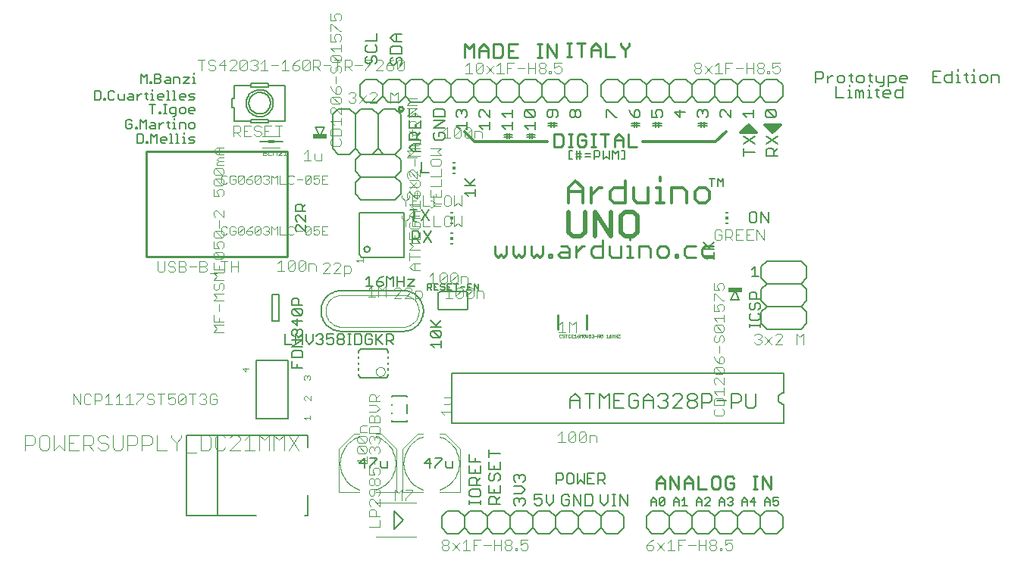
<source format=gto>
G75*
%MOIN*%
%OFA0B0*%
%FSLAX24Y24*%
%IPPOS*%
%LPD*%
%AMOC8*
5,1,8,0,0,1.08239X$1,22.5*
%
%ADD10C,0.0120*%
%ADD11C,0.0100*%
%ADD12C,0.0070*%
%ADD13C,0.0050*%
%ADD14C,0.0130*%
%ADD15C,0.0060*%
%ADD16C,0.0080*%
%ADD17C,0.0110*%
%ADD18C,0.0190*%
%ADD19C,0.0040*%
%ADD20R,0.0118X0.0059*%
%ADD21R,0.0118X0.0118*%
%ADD22C,0.0030*%
%ADD23C,0.0028*%
%ADD24R,0.0276X0.0118*%
%ADD25C,0.0020*%
%ADD26C,0.0087*%
%ADD27C,0.0010*%
%ADD28R,0.0620X0.0240*%
D10*
X020400Y027450D02*
X019950Y027900D01*
X020400Y027450D02*
X023600Y027450D01*
X027800Y027450D02*
X031000Y027450D01*
X031450Y027900D01*
X032100Y027850D02*
X032450Y028200D01*
X032800Y027850D01*
X032100Y027850D01*
X032250Y027900D02*
X032450Y028100D01*
X032650Y027900D01*
X032350Y027900D01*
X032500Y028000D01*
X033150Y028200D02*
X033500Y027850D01*
X033850Y028200D01*
X033150Y028200D01*
X033300Y028150D02*
X033700Y028150D01*
X033500Y027950D01*
X033350Y028100D01*
X033550Y028100D01*
X033500Y028050D02*
X033500Y028000D01*
D11*
X027529Y027236D02*
X027155Y027236D01*
X027155Y027796D01*
X026921Y027610D02*
X026921Y027236D01*
X026921Y027516D02*
X026548Y027516D01*
X026548Y027610D02*
X026735Y027796D01*
X026921Y027610D01*
X026548Y027610D02*
X026548Y027236D01*
X026127Y027236D02*
X026127Y027796D01*
X025940Y027796D02*
X026314Y027796D01*
X025722Y027796D02*
X025535Y027796D01*
X025628Y027796D02*
X025628Y027236D01*
X025535Y027236D02*
X025722Y027236D01*
X025301Y027329D02*
X025301Y027516D01*
X025114Y027516D01*
X024927Y027703D02*
X024927Y027329D01*
X025021Y027236D01*
X025207Y027236D01*
X025301Y027329D01*
X025301Y027703D02*
X025207Y027796D01*
X025021Y027796D01*
X024927Y027703D01*
X024709Y027796D02*
X024522Y027796D01*
X024615Y027796D02*
X024615Y027236D01*
X024522Y027236D02*
X024709Y027236D01*
X024288Y027329D02*
X024288Y027703D01*
X024195Y027796D01*
X023914Y027796D01*
X023914Y027236D01*
X024195Y027236D01*
X024288Y027329D01*
X027234Y023237D02*
X027234Y023111D01*
X027234Y022857D02*
X027234Y022350D01*
X027107Y022350D02*
X027361Y022350D01*
X027635Y022350D02*
X027635Y022857D01*
X028015Y022857D01*
X028142Y022730D01*
X028142Y022350D01*
X028427Y022477D02*
X028554Y022350D01*
X028807Y022350D01*
X028934Y022477D01*
X028934Y022730D01*
X028807Y022857D01*
X028554Y022857D01*
X028427Y022730D01*
X028427Y022477D01*
X029219Y022477D02*
X029219Y022350D01*
X029346Y022350D01*
X029346Y022477D01*
X029219Y022477D01*
X029615Y022477D02*
X029741Y022350D01*
X030122Y022350D01*
X030407Y022477D02*
X030533Y022350D01*
X030914Y022350D01*
X030407Y022477D02*
X030407Y022730D01*
X030533Y022857D01*
X030914Y022857D01*
X030122Y022857D02*
X029741Y022857D01*
X029615Y022730D01*
X029615Y022477D01*
X027234Y022857D02*
X027107Y022857D01*
X026822Y022857D02*
X026822Y022350D01*
X026442Y022350D01*
X026315Y022477D01*
X026315Y022857D01*
X026030Y022857D02*
X025650Y022857D01*
X025523Y022730D01*
X025523Y022477D01*
X025650Y022350D01*
X026030Y022350D01*
X026030Y023111D01*
X025244Y022857D02*
X025117Y022857D01*
X024863Y022604D01*
X024863Y022857D02*
X024863Y022350D01*
X024579Y022350D02*
X024579Y022730D01*
X024452Y022857D01*
X024198Y022857D01*
X024198Y022604D02*
X024579Y022604D01*
X024579Y022350D02*
X024198Y022350D01*
X024072Y022477D01*
X024198Y022604D01*
X023802Y022477D02*
X023802Y022350D01*
X023676Y022350D01*
X023676Y022477D01*
X023802Y022477D01*
X023391Y022477D02*
X023264Y022350D01*
X023137Y022477D01*
X023011Y022350D01*
X022884Y022477D01*
X022884Y022857D01*
X022599Y022857D02*
X022599Y022477D01*
X022472Y022350D01*
X022345Y022477D01*
X022219Y022350D01*
X022092Y022477D01*
X022092Y022857D01*
X021807Y022857D02*
X021807Y022477D01*
X021680Y022350D01*
X021554Y022477D01*
X021427Y022350D01*
X021300Y022477D01*
X021300Y022857D01*
X023391Y022857D02*
X023391Y022477D01*
X012155Y022377D02*
X012155Y027023D01*
X005954Y027023D01*
X005954Y022377D01*
X012155Y022377D01*
X017050Y028900D02*
X017052Y028920D01*
X017058Y028938D01*
X017067Y028956D01*
X017079Y028971D01*
X017094Y028983D01*
X017112Y028992D01*
X017130Y028998D01*
X017150Y029000D01*
X017170Y028998D01*
X017188Y028992D01*
X017206Y028983D01*
X017221Y028971D01*
X017233Y028956D01*
X017242Y028938D01*
X017248Y028920D01*
X017250Y028900D01*
X017248Y028880D01*
X017242Y028862D01*
X017233Y028844D01*
X017221Y028829D01*
X017206Y028817D01*
X017188Y028808D01*
X017170Y028802D01*
X017150Y028800D01*
X017130Y028802D01*
X017112Y028808D01*
X017094Y028817D01*
X017079Y028829D01*
X017067Y028844D01*
X017058Y028862D01*
X017052Y028880D01*
X017050Y028900D01*
X028587Y012710D02*
X028774Y012524D01*
X028774Y012150D01*
X029008Y012150D02*
X029008Y012710D01*
X029381Y012150D01*
X029381Y012710D01*
X029615Y012524D02*
X029615Y012150D01*
X029615Y012430D02*
X029989Y012430D01*
X029989Y012524D02*
X029989Y012150D01*
X030223Y012150D02*
X030223Y012710D01*
X029989Y012524D02*
X029802Y012710D01*
X029615Y012524D01*
X030223Y012150D02*
X030597Y012150D01*
X030831Y012243D02*
X030831Y012617D01*
X030924Y012710D01*
X031111Y012710D01*
X031205Y012617D01*
X031205Y012243D01*
X031111Y012150D01*
X030924Y012150D01*
X030831Y012243D01*
X031439Y012243D02*
X031439Y012617D01*
X031532Y012710D01*
X031719Y012710D01*
X031812Y012617D01*
X031812Y012430D02*
X031625Y012430D01*
X031812Y012430D02*
X031812Y012243D01*
X031719Y012150D01*
X031532Y012150D01*
X031439Y012243D01*
X032654Y012150D02*
X032841Y012150D01*
X032747Y012150D02*
X032747Y012710D01*
X032654Y012710D02*
X032841Y012710D01*
X033059Y012710D02*
X033433Y012150D01*
X033433Y012710D01*
X033059Y012710D02*
X033059Y012150D01*
X028774Y012430D02*
X028400Y012430D01*
X028400Y012524D02*
X028587Y012710D01*
X028400Y012524D02*
X028400Y012150D01*
D12*
X027121Y011925D02*
X027121Y011435D01*
X026794Y011925D01*
X026794Y011435D01*
X026614Y011435D02*
X026451Y011435D01*
X026532Y011435D02*
X026532Y011925D01*
X026451Y011925D02*
X026614Y011925D01*
X026262Y011925D02*
X026262Y011598D01*
X026098Y011435D01*
X025935Y011598D01*
X025935Y011925D01*
X025597Y011838D02*
X025597Y011512D01*
X025515Y011430D01*
X025270Y011430D01*
X025270Y011920D01*
X025515Y011920D01*
X025597Y011838D01*
X025081Y011920D02*
X025081Y011430D01*
X024754Y011920D01*
X024754Y011430D01*
X024565Y011512D02*
X024565Y011675D01*
X024402Y011675D01*
X024565Y011512D02*
X024484Y011430D01*
X024320Y011430D01*
X024238Y011512D01*
X024238Y011838D01*
X024320Y011920D01*
X024484Y011920D01*
X024565Y011838D01*
X023878Y011925D02*
X023878Y011598D01*
X023714Y011435D01*
X023551Y011598D01*
X023551Y011925D01*
X023362Y011925D02*
X023035Y011925D01*
X023035Y011680D01*
X023198Y011762D01*
X023280Y011762D01*
X023362Y011680D01*
X023362Y011517D01*
X023280Y011435D01*
X023117Y011435D01*
X023035Y011517D01*
X024606Y015735D02*
X024606Y016155D01*
X024816Y016366D01*
X025026Y016155D01*
X025026Y015735D01*
X025026Y016050D02*
X024606Y016050D01*
X025250Y016366D02*
X025671Y016366D01*
X025461Y016366D02*
X025461Y015735D01*
X025895Y015735D02*
X025895Y016366D01*
X026105Y016155D01*
X026315Y016366D01*
X026315Y015735D01*
X026539Y015735D02*
X026960Y015735D01*
X027184Y015840D02*
X027289Y015735D01*
X027499Y015735D01*
X027604Y015840D01*
X027604Y016050D01*
X027394Y016050D01*
X027184Y016260D02*
X027184Y015840D01*
X027184Y016260D02*
X027289Y016366D01*
X027499Y016366D01*
X027604Y016260D01*
X027829Y016155D02*
X028039Y016366D01*
X028249Y016155D01*
X028249Y015735D01*
X028473Y015840D02*
X028578Y015735D01*
X028788Y015735D01*
X028893Y015840D01*
X028893Y015945D01*
X028788Y016050D01*
X028683Y016050D01*
X028788Y016050D02*
X028893Y016155D01*
X028893Y016260D01*
X028788Y016366D01*
X028578Y016366D01*
X028473Y016260D01*
X028249Y016050D02*
X027829Y016050D01*
X027829Y016155D02*
X027829Y015735D01*
X026960Y016366D02*
X026539Y016366D01*
X026539Y015735D01*
X026539Y016050D02*
X026750Y016050D01*
X029118Y016260D02*
X029223Y016366D01*
X029433Y016366D01*
X029538Y016260D01*
X029538Y016155D01*
X029118Y015735D01*
X029538Y015735D01*
X029762Y015840D02*
X029867Y015735D01*
X030078Y015735D01*
X030183Y015840D01*
X030183Y015945D01*
X030078Y016050D01*
X029867Y016050D01*
X029762Y016155D01*
X029762Y016260D01*
X029867Y016366D01*
X030078Y016366D01*
X030183Y016260D01*
X030183Y016155D01*
X030078Y016050D01*
X029867Y016050D02*
X029762Y015945D01*
X029762Y015840D01*
X030407Y015735D02*
X030407Y016366D01*
X030722Y016366D01*
X030827Y016260D01*
X030827Y016050D01*
X030722Y015945D01*
X030407Y015945D01*
X031051Y016050D02*
X031472Y016050D01*
X031696Y015945D02*
X032011Y015945D01*
X032116Y016050D01*
X032116Y016260D01*
X032011Y016366D01*
X031696Y016366D01*
X031696Y015735D01*
X032340Y015840D02*
X032446Y015735D01*
X032656Y015735D01*
X032761Y015840D01*
X032761Y016366D01*
X032340Y016366D02*
X032340Y015840D01*
X023075Y028004D02*
X023075Y028331D01*
X023075Y028167D02*
X022585Y028167D01*
X022748Y028004D01*
X022075Y028004D02*
X022075Y028331D01*
X022075Y028167D02*
X021585Y028167D01*
X021748Y028004D01*
X021075Y028004D02*
X021075Y028331D01*
X021075Y028167D02*
X020585Y028167D01*
X020748Y028004D01*
X020075Y028004D02*
X020075Y028331D01*
X020075Y028167D02*
X019585Y028167D01*
X019748Y028004D01*
X019666Y028519D02*
X019585Y028601D01*
X019585Y028765D01*
X019666Y028846D01*
X019748Y028846D01*
X019830Y028765D01*
X019912Y028846D01*
X019993Y028846D01*
X020075Y028765D01*
X020075Y028601D01*
X019993Y028519D01*
X019830Y028683D02*
X019830Y028765D01*
X020585Y028765D02*
X020666Y028846D01*
X020748Y028846D01*
X021075Y028519D01*
X021075Y028846D01*
X020585Y028765D02*
X020585Y028601D01*
X020666Y028519D01*
X021585Y028683D02*
X022075Y028683D01*
X022075Y028846D02*
X022075Y028519D01*
X021748Y028519D02*
X021585Y028683D01*
X022585Y028765D02*
X022666Y028846D01*
X022993Y028519D01*
X023075Y028601D01*
X023075Y028765D01*
X022993Y028846D01*
X022666Y028846D01*
X022585Y028765D02*
X022585Y028601D01*
X022666Y028519D01*
X022993Y028519D01*
X023585Y028601D02*
X023666Y028519D01*
X023748Y028519D01*
X023830Y028601D01*
X023830Y028846D01*
X023993Y028846D02*
X023666Y028846D01*
X023585Y028765D01*
X023585Y028601D01*
X023993Y028519D02*
X024075Y028601D01*
X024075Y028765D01*
X023993Y028846D01*
X024585Y028765D02*
X024666Y028846D01*
X024748Y028846D01*
X024830Y028765D01*
X024830Y028601D01*
X024748Y028519D01*
X024666Y028519D01*
X024585Y028601D01*
X024585Y028765D01*
X024830Y028765D02*
X024912Y028846D01*
X024993Y028846D01*
X025075Y028765D01*
X025075Y028601D01*
X024993Y028519D01*
X024912Y028519D01*
X024830Y028601D01*
X026185Y028519D02*
X026185Y028846D01*
X026266Y028846D01*
X026593Y028519D01*
X026675Y028519D01*
X027185Y028846D02*
X027266Y028683D01*
X027430Y028519D01*
X027430Y028765D01*
X027512Y028846D01*
X027593Y028846D01*
X027675Y028765D01*
X027675Y028601D01*
X027593Y028519D01*
X027430Y028519D01*
X028185Y028519D02*
X028185Y028846D01*
X028348Y028765D02*
X028430Y028846D01*
X028593Y028846D01*
X028675Y028765D01*
X028675Y028601D01*
X028593Y028519D01*
X028430Y028519D02*
X028348Y028683D01*
X028348Y028765D01*
X028430Y028519D02*
X028185Y028519D01*
X029185Y028765D02*
X029430Y028519D01*
X029430Y028846D01*
X029675Y028765D02*
X029185Y028765D01*
X030185Y028765D02*
X030266Y028846D01*
X030348Y028846D01*
X030430Y028765D01*
X030512Y028846D01*
X030593Y028846D01*
X030675Y028765D01*
X030675Y028601D01*
X030593Y028519D01*
X030430Y028683D02*
X030430Y028765D01*
X030185Y028765D02*
X030185Y028601D01*
X030266Y028519D01*
X031185Y028601D02*
X031266Y028519D01*
X031185Y028601D02*
X031185Y028765D01*
X031266Y028846D01*
X031348Y028846D01*
X031675Y028519D01*
X031675Y028846D01*
X032185Y028683D02*
X032675Y028683D01*
X032675Y028846D02*
X032675Y028519D01*
X032348Y028519D02*
X032185Y028683D01*
X033185Y028765D02*
X033266Y028846D01*
X033593Y028519D01*
X033675Y028601D01*
X033675Y028765D01*
X033593Y028846D01*
X033266Y028846D01*
X033185Y028765D02*
X033185Y028601D01*
X033266Y028519D01*
X033593Y028519D01*
X035409Y030045D02*
X035409Y030535D01*
X035654Y030535D01*
X035736Y030454D01*
X035736Y030290D01*
X035654Y030208D01*
X035409Y030208D01*
X035925Y030208D02*
X036088Y030372D01*
X036170Y030372D01*
X036354Y030290D02*
X036354Y030127D01*
X036436Y030045D01*
X036599Y030045D01*
X036681Y030127D01*
X036681Y030290D01*
X036599Y030372D01*
X036436Y030372D01*
X036354Y030290D01*
X036314Y029875D02*
X036314Y029385D01*
X036641Y029385D01*
X036829Y029385D02*
X036993Y029385D01*
X036911Y029385D02*
X036911Y029712D01*
X036829Y029712D01*
X036911Y029875D02*
X036911Y029957D01*
X037033Y030045D02*
X036952Y030127D01*
X036952Y030454D01*
X036870Y030372D02*
X037033Y030372D01*
X037214Y030290D02*
X037214Y030127D01*
X037295Y030045D01*
X037459Y030045D01*
X037541Y030127D01*
X037541Y030290D01*
X037459Y030372D01*
X037295Y030372D01*
X037214Y030290D01*
X037729Y030372D02*
X037893Y030372D01*
X037811Y030454D02*
X037811Y030127D01*
X037893Y030045D01*
X037770Y029957D02*
X037770Y029875D01*
X037770Y029712D02*
X037770Y029385D01*
X037689Y029385D02*
X037852Y029385D01*
X038114Y029467D02*
X038196Y029385D01*
X038114Y029467D02*
X038114Y029794D01*
X038032Y029712D02*
X038196Y029712D01*
X038237Y029882D02*
X038318Y029882D01*
X038400Y029963D01*
X038400Y030372D01*
X038589Y030372D02*
X038589Y029882D01*
X038589Y030045D02*
X038834Y030045D01*
X038916Y030127D01*
X038916Y030290D01*
X038834Y030372D01*
X038589Y030372D01*
X038400Y030045D02*
X038155Y030045D01*
X038073Y030127D01*
X038073Y030372D01*
X037770Y029712D02*
X037689Y029712D01*
X037500Y029630D02*
X037500Y029385D01*
X037337Y029385D02*
X037337Y029630D01*
X037418Y029712D01*
X037500Y029630D01*
X037337Y029630D02*
X037255Y029712D01*
X037173Y029712D01*
X037173Y029385D01*
X038376Y029467D02*
X038376Y029630D01*
X038458Y029712D01*
X038621Y029712D01*
X038703Y029630D01*
X038703Y029548D01*
X038376Y029548D01*
X038376Y029467D02*
X038458Y029385D01*
X038621Y029385D01*
X038892Y029467D02*
X038892Y029630D01*
X038974Y029712D01*
X039219Y029712D01*
X039219Y029875D02*
X039219Y029385D01*
X038974Y029385D01*
X038892Y029467D01*
X039186Y030045D02*
X039104Y030127D01*
X039104Y030290D01*
X039186Y030372D01*
X039350Y030372D01*
X039431Y030290D01*
X039431Y030208D01*
X039104Y030208D01*
X039186Y030045D02*
X039350Y030045D01*
X040561Y030073D02*
X040561Y030563D01*
X040888Y030563D01*
X040725Y030318D02*
X040561Y030318D01*
X040561Y030073D02*
X040888Y030073D01*
X041077Y030154D02*
X041159Y030073D01*
X041404Y030073D01*
X041404Y030563D01*
X041404Y030399D02*
X041159Y030399D01*
X041077Y030318D01*
X041077Y030154D01*
X041592Y030073D02*
X041756Y030073D01*
X041674Y030073D02*
X041674Y030399D01*
X041592Y030399D01*
X041674Y030563D02*
X041674Y030645D01*
X041936Y030399D02*
X042100Y030399D01*
X042018Y030481D02*
X042018Y030154D01*
X042100Y030073D01*
X042280Y030073D02*
X042443Y030073D01*
X042362Y030073D02*
X042362Y030399D01*
X042280Y030399D01*
X042362Y030563D02*
X042362Y030645D01*
X042624Y030318D02*
X042624Y030154D01*
X042705Y030073D01*
X042869Y030073D01*
X042951Y030154D01*
X042951Y030318D01*
X042869Y030399D01*
X042705Y030399D01*
X042624Y030318D01*
X043139Y030399D02*
X043385Y030399D01*
X043466Y030318D01*
X043466Y030073D01*
X043139Y030073D02*
X043139Y030399D01*
X035925Y030372D02*
X035925Y030045D01*
D13*
X030925Y023036D02*
X030700Y022810D01*
X030775Y022735D02*
X030475Y023036D01*
X030475Y022735D02*
X030925Y022735D01*
X030925Y022575D02*
X030925Y022275D01*
X030925Y022425D02*
X030475Y022425D01*
X030625Y022275D01*
X032500Y020742D02*
X032575Y020818D01*
X032725Y020818D01*
X032800Y020742D01*
X032800Y020517D01*
X032950Y020517D02*
X032500Y020517D01*
X032500Y020742D01*
X032575Y020357D02*
X032500Y020282D01*
X032500Y020132D01*
X032575Y020057D01*
X032650Y020057D01*
X032725Y020132D01*
X032725Y020282D01*
X032800Y020357D01*
X032875Y020357D01*
X032950Y020282D01*
X032950Y020132D01*
X032875Y020057D01*
X032875Y019897D02*
X032950Y019822D01*
X032950Y019672D01*
X032875Y019596D01*
X032575Y019596D01*
X032500Y019672D01*
X032500Y019822D01*
X032575Y019897D01*
X032500Y019440D02*
X032500Y019290D01*
X032500Y019365D02*
X032950Y019365D01*
X032950Y019290D02*
X032950Y019440D01*
X026137Y012770D02*
X026137Y012620D01*
X026062Y012545D01*
X025837Y012545D01*
X025987Y012545D02*
X026137Y012395D01*
X025837Y012395D02*
X025837Y012845D01*
X026062Y012845D01*
X026137Y012770D01*
X025676Y012845D02*
X025376Y012845D01*
X025376Y012395D01*
X025676Y012395D01*
X025526Y012620D02*
X025376Y012620D01*
X025216Y012395D02*
X025216Y012845D01*
X024916Y012845D02*
X024916Y012395D01*
X025066Y012545D01*
X025216Y012395D01*
X024756Y012470D02*
X024756Y012770D01*
X024681Y012845D01*
X024530Y012845D01*
X024455Y012770D01*
X024455Y012470D01*
X024530Y012395D01*
X024681Y012395D01*
X024756Y012470D01*
X024295Y012620D02*
X024295Y012770D01*
X024220Y012845D01*
X023995Y012845D01*
X023995Y012395D01*
X023995Y012545D02*
X024220Y012545D01*
X024295Y012620D01*
X028156Y011663D02*
X028272Y011780D01*
X028389Y011663D01*
X028389Y011430D01*
X028524Y011488D02*
X028757Y011722D01*
X028757Y011488D01*
X028699Y011430D01*
X028582Y011430D01*
X028524Y011488D01*
X028524Y011722D01*
X028582Y011780D01*
X028699Y011780D01*
X028757Y011722D01*
X028389Y011605D02*
X028156Y011605D01*
X028156Y011663D02*
X028156Y011430D01*
X029156Y011430D02*
X029156Y011663D01*
X029272Y011780D01*
X029389Y011663D01*
X029389Y011430D01*
X029524Y011430D02*
X029757Y011430D01*
X029641Y011430D02*
X029641Y011780D01*
X029524Y011663D01*
X029389Y011605D02*
X029156Y011605D01*
X030156Y011605D02*
X030389Y011605D01*
X030389Y011663D02*
X030389Y011430D01*
X030524Y011430D02*
X030757Y011663D01*
X030757Y011722D01*
X030699Y011780D01*
X030582Y011780D01*
X030524Y011722D01*
X030389Y011663D02*
X030272Y011780D01*
X030156Y011663D01*
X030156Y011430D01*
X030524Y011430D02*
X030757Y011430D01*
X031156Y011430D02*
X031156Y011663D01*
X031272Y011780D01*
X031389Y011663D01*
X031389Y011430D01*
X031524Y011488D02*
X031582Y011430D01*
X031699Y011430D01*
X031757Y011488D01*
X031757Y011547D01*
X031699Y011605D01*
X031641Y011605D01*
X031699Y011605D02*
X031757Y011663D01*
X031757Y011722D01*
X031699Y011780D01*
X031582Y011780D01*
X031524Y011722D01*
X031389Y011605D02*
X031156Y011605D01*
X032156Y011605D02*
X032389Y011605D01*
X032389Y011663D02*
X032389Y011430D01*
X032524Y011605D02*
X032699Y011780D01*
X032699Y011430D01*
X032757Y011605D02*
X032524Y011605D01*
X032389Y011663D02*
X032272Y011780D01*
X032156Y011663D01*
X032156Y011430D01*
X033156Y011430D02*
X033156Y011663D01*
X033272Y011780D01*
X033389Y011663D01*
X033389Y011430D01*
X033524Y011488D02*
X033582Y011430D01*
X033699Y011430D01*
X033757Y011488D01*
X033757Y011605D01*
X033699Y011663D01*
X033641Y011663D01*
X033524Y011605D01*
X033524Y011780D01*
X033757Y011780D01*
X033389Y011605D02*
X033156Y011605D01*
X019415Y013075D02*
X019415Y013375D01*
X019415Y013075D02*
X019190Y013075D01*
X019115Y013150D01*
X019115Y013375D01*
X018954Y013450D02*
X018654Y013150D01*
X018654Y013075D01*
X018419Y013075D02*
X018419Y013525D01*
X018194Y013300D01*
X018494Y013300D01*
X018654Y013525D02*
X018954Y013525D01*
X018954Y013450D01*
X016565Y013375D02*
X016565Y013075D01*
X016340Y013075D01*
X016265Y013150D01*
X016265Y013375D01*
X016104Y013450D02*
X015804Y013150D01*
X015804Y013075D01*
X015569Y013075D02*
X015569Y013525D01*
X015344Y013300D01*
X015644Y013300D01*
X015804Y013525D02*
X016104Y013525D01*
X016104Y013450D01*
X013050Y014000D02*
X013050Y014540D01*
X009110Y014540D01*
X009110Y011010D01*
X007740Y011000D02*
X010800Y011000D01*
X012925Y011000D02*
X013050Y011000D01*
X013050Y011875D01*
X009110Y014540D02*
X007740Y014540D01*
X007740Y011000D01*
X012375Y017502D02*
X012375Y017803D01*
X012375Y017963D02*
X012375Y018188D01*
X012450Y018263D01*
X012750Y018263D01*
X012825Y018188D01*
X012825Y017963D01*
X012375Y017963D01*
X012600Y017652D02*
X012600Y017502D01*
X012825Y017502D02*
X012375Y017502D01*
X012375Y018423D02*
X012825Y018723D01*
X012375Y018723D01*
X012450Y018883D02*
X012375Y018958D01*
X012375Y019109D01*
X012450Y019184D01*
X012525Y019184D01*
X012600Y019109D01*
X012675Y019184D01*
X012750Y019184D01*
X012825Y019109D01*
X012825Y018958D01*
X012750Y018883D01*
X012675Y018825D02*
X012825Y018975D01*
X012825Y018525D01*
X012825Y018423D02*
X012375Y018423D01*
X012364Y018525D02*
X012064Y018525D01*
X012064Y018975D01*
X012525Y018975D02*
X012675Y018825D01*
X012525Y018975D02*
X012525Y018525D01*
X012985Y018675D02*
X012985Y018975D01*
X012985Y018675D02*
X013135Y018525D01*
X013285Y018675D01*
X013285Y018975D01*
X013445Y018900D02*
X013520Y018975D01*
X013671Y018975D01*
X013746Y018900D01*
X013746Y018825D01*
X013671Y018750D01*
X013746Y018675D01*
X013746Y018600D01*
X013671Y018525D01*
X013520Y018525D01*
X013445Y018600D01*
X013595Y018750D02*
X013671Y018750D01*
X013906Y018750D02*
X014056Y018825D01*
X014131Y018825D01*
X014206Y018750D01*
X014206Y018600D01*
X014131Y018525D01*
X013981Y018525D01*
X013906Y018600D01*
X013906Y018750D02*
X013906Y018975D01*
X014206Y018975D01*
X014366Y018900D02*
X014366Y018825D01*
X014441Y018750D01*
X014591Y018750D01*
X014666Y018675D01*
X014666Y018600D01*
X014591Y018525D01*
X014441Y018525D01*
X014366Y018600D01*
X014366Y018675D01*
X014441Y018750D01*
X014591Y018750D02*
X014666Y018825D01*
X014666Y018900D01*
X014591Y018975D01*
X014441Y018975D01*
X014366Y018900D01*
X014826Y018975D02*
X014977Y018975D01*
X014902Y018975D02*
X014902Y018525D01*
X014977Y018525D02*
X014826Y018525D01*
X015133Y018525D02*
X015133Y018975D01*
X015359Y018975D01*
X015434Y018900D01*
X015434Y018600D01*
X015359Y018525D01*
X015133Y018525D01*
X015594Y018600D02*
X015669Y018525D01*
X015819Y018525D01*
X015894Y018600D01*
X015894Y018750D01*
X015744Y018750D01*
X015594Y018900D02*
X015594Y018600D01*
X015594Y018900D02*
X015669Y018975D01*
X015819Y018975D01*
X015894Y018900D01*
X016054Y018975D02*
X016054Y018525D01*
X016054Y018675D02*
X016354Y018975D01*
X016515Y018975D02*
X016740Y018975D01*
X016815Y018900D01*
X016815Y018750D01*
X016740Y018675D01*
X016515Y018675D01*
X016665Y018675D02*
X016815Y018525D01*
X016515Y018525D02*
X016515Y018975D01*
X016129Y018750D02*
X016354Y018525D01*
X018475Y018525D02*
X018925Y018525D01*
X018925Y018375D02*
X018925Y018675D01*
X018850Y018835D02*
X018550Y018835D01*
X018475Y018910D01*
X018475Y019061D01*
X018550Y019136D01*
X018850Y018835D01*
X018925Y018910D01*
X018925Y019061D01*
X018850Y019136D01*
X018550Y019136D01*
X018475Y019296D02*
X018925Y019296D01*
X018775Y019296D02*
X018475Y019596D01*
X018700Y019371D02*
X018925Y019596D01*
X018475Y018525D02*
X018625Y018375D01*
X018620Y020925D02*
X018800Y020925D01*
X018914Y020970D02*
X018959Y020925D01*
X019049Y020925D01*
X019094Y020970D01*
X019094Y021015D01*
X019049Y021060D01*
X018959Y021060D01*
X018914Y021105D01*
X018914Y021150D01*
X018959Y021195D01*
X019049Y021195D01*
X019094Y021150D01*
X019209Y021195D02*
X019209Y020925D01*
X019389Y020925D01*
X019299Y021060D02*
X019209Y021060D01*
X019209Y021195D02*
X019389Y021195D01*
X019504Y021195D02*
X019684Y021195D01*
X019594Y021195D02*
X019594Y020925D01*
X019798Y021060D02*
X019978Y021060D01*
X020093Y021060D02*
X020183Y021060D01*
X020093Y020925D02*
X020273Y020925D01*
X020388Y020925D02*
X020388Y021195D01*
X020568Y020925D01*
X020568Y021195D01*
X020273Y021195D02*
X020093Y021195D01*
X020093Y020925D01*
X018800Y021195D02*
X018620Y021195D01*
X018620Y020925D01*
X018505Y020925D02*
X018415Y021015D01*
X018460Y021015D02*
X018325Y021015D01*
X018325Y020925D02*
X018325Y021195D01*
X018460Y021195D01*
X018505Y021150D01*
X018505Y021060D01*
X018460Y021015D01*
X018620Y021060D02*
X018710Y021060D01*
X017765Y021075D02*
X017465Y021075D01*
X017765Y021375D01*
X017465Y021375D01*
X017304Y021300D02*
X017004Y021300D01*
X017004Y021075D02*
X017004Y021525D01*
X016844Y021525D02*
X016844Y021075D01*
X016544Y021075D02*
X016544Y021525D01*
X016694Y021375D01*
X016844Y021525D01*
X016384Y021525D02*
X016234Y021450D01*
X016083Y021300D01*
X016309Y021300D01*
X016384Y021225D01*
X016384Y021150D01*
X016309Y021075D01*
X016158Y021075D01*
X016083Y021150D01*
X016083Y021300D01*
X015923Y021075D02*
X015623Y021075D01*
X015773Y021075D02*
X015773Y021525D01*
X015623Y021375D01*
X017304Y021525D02*
X017304Y021075D01*
X017284Y022366D02*
X015441Y022366D01*
X015316Y022491D01*
X015316Y024334D01*
X017284Y024334D01*
X017284Y022366D01*
X015546Y022720D02*
X015548Y022742D01*
X015553Y022762D01*
X015563Y022782D01*
X015575Y022800D01*
X015590Y022815D01*
X015608Y022827D01*
X015628Y022837D01*
X015648Y022842D01*
X015670Y022844D01*
X015692Y022842D01*
X015712Y022837D01*
X015732Y022827D01*
X015750Y022815D01*
X015765Y022800D01*
X015777Y022782D01*
X015787Y022762D01*
X015792Y022742D01*
X015794Y022720D01*
X015792Y022698D01*
X015787Y022678D01*
X015777Y022658D01*
X015765Y022640D01*
X015750Y022625D01*
X015732Y022613D01*
X015712Y022603D01*
X015692Y022598D01*
X015670Y022596D01*
X015648Y022598D01*
X015628Y022603D01*
X015608Y022613D01*
X015590Y022625D01*
X015575Y022640D01*
X015563Y022658D01*
X015553Y022678D01*
X015548Y022698D01*
X015546Y022720D01*
X012975Y023475D02*
X012675Y023775D01*
X012600Y023775D01*
X012525Y023700D01*
X012525Y023550D01*
X012600Y023475D01*
X012975Y023475D02*
X012975Y023775D01*
X012975Y023935D02*
X012675Y024236D01*
X012600Y024236D01*
X012525Y024161D01*
X012525Y024010D01*
X012600Y023935D01*
X012975Y023935D02*
X012975Y024236D01*
X012975Y024396D02*
X012525Y024396D01*
X012525Y024621D01*
X012600Y024696D01*
X012750Y024696D01*
X012825Y024621D01*
X012825Y024396D01*
X012825Y024546D02*
X012975Y024696D01*
X011962Y027450D02*
X010978Y027450D01*
X011344Y028284D02*
X010556Y028284D01*
X010556Y028363D01*
X009828Y028363D01*
X009828Y028953D01*
X009730Y028953D01*
X009730Y029347D01*
X009828Y029347D01*
X009828Y029937D01*
X010556Y029937D01*
X010556Y029859D01*
X011344Y029859D01*
X011344Y029937D01*
X012072Y029937D01*
X012072Y028363D01*
X011344Y028363D01*
X011344Y028441D01*
X010556Y028441D01*
X010556Y028363D01*
X011344Y028363D02*
X011344Y028284D01*
X010478Y029150D02*
X010480Y029193D01*
X010486Y029235D01*
X010496Y029277D01*
X010509Y029318D01*
X010526Y029358D01*
X010547Y029395D01*
X010571Y029431D01*
X010598Y029464D01*
X010628Y029495D01*
X010661Y029523D01*
X010696Y029548D01*
X010733Y029569D01*
X010772Y029587D01*
X010812Y029601D01*
X010854Y029612D01*
X010896Y029619D01*
X010939Y029622D01*
X010982Y029621D01*
X011025Y029616D01*
X011067Y029607D01*
X011108Y029595D01*
X011148Y029579D01*
X011186Y029559D01*
X011222Y029536D01*
X011256Y029509D01*
X011288Y029480D01*
X011316Y029448D01*
X011342Y029413D01*
X011364Y029377D01*
X011383Y029338D01*
X011398Y029298D01*
X011410Y029257D01*
X011418Y029214D01*
X011422Y029171D01*
X011422Y029129D01*
X011418Y029086D01*
X011410Y029043D01*
X011398Y029002D01*
X011383Y028962D01*
X011364Y028923D01*
X011342Y028887D01*
X011316Y028852D01*
X011288Y028820D01*
X011256Y028791D01*
X011222Y028764D01*
X011186Y028741D01*
X011148Y028721D01*
X011108Y028705D01*
X011067Y028693D01*
X011025Y028684D01*
X010982Y028679D01*
X010939Y028678D01*
X010896Y028681D01*
X010854Y028688D01*
X010812Y028699D01*
X010772Y028713D01*
X010733Y028731D01*
X010696Y028752D01*
X010661Y028777D01*
X010628Y028805D01*
X010598Y028836D01*
X010571Y028869D01*
X010547Y028905D01*
X010526Y028942D01*
X010509Y028982D01*
X010496Y029023D01*
X010486Y029065D01*
X010480Y029107D01*
X010478Y029150D01*
X010359Y029150D02*
X010361Y029198D01*
X010367Y029246D01*
X010377Y029293D01*
X010390Y029339D01*
X010408Y029384D01*
X010428Y029428D01*
X010453Y029470D01*
X010481Y029509D01*
X010511Y029546D01*
X010545Y029580D01*
X010582Y029612D01*
X010620Y029641D01*
X010661Y029666D01*
X010704Y029688D01*
X010749Y029706D01*
X010795Y029720D01*
X010842Y029731D01*
X010890Y029738D01*
X010938Y029741D01*
X010986Y029740D01*
X011034Y029735D01*
X011082Y029726D01*
X011128Y029714D01*
X011173Y029697D01*
X011217Y029677D01*
X011259Y029654D01*
X011299Y029627D01*
X011337Y029597D01*
X011372Y029564D01*
X011404Y029528D01*
X011434Y029490D01*
X011460Y029449D01*
X011482Y029406D01*
X011502Y029362D01*
X011517Y029317D01*
X011529Y029270D01*
X011537Y029222D01*
X011541Y029174D01*
X011541Y029126D01*
X011537Y029078D01*
X011529Y029030D01*
X011517Y028983D01*
X011502Y028938D01*
X011482Y028894D01*
X011460Y028851D01*
X011434Y028810D01*
X011404Y028772D01*
X011372Y028736D01*
X011337Y028703D01*
X011299Y028673D01*
X011259Y028646D01*
X011217Y028623D01*
X011173Y028603D01*
X011128Y028586D01*
X011082Y028574D01*
X011034Y028565D01*
X010986Y028560D01*
X010938Y028559D01*
X010890Y028562D01*
X010842Y028569D01*
X010795Y028580D01*
X010749Y028594D01*
X010704Y028612D01*
X010661Y028634D01*
X010620Y028659D01*
X010582Y028688D01*
X010545Y028720D01*
X010511Y028754D01*
X010481Y028791D01*
X010453Y028830D01*
X010428Y028872D01*
X010408Y028916D01*
X010390Y028961D01*
X010377Y029007D01*
X010367Y029054D01*
X010361Y029102D01*
X010359Y029150D01*
X010556Y029937D02*
X010556Y030016D01*
X011344Y030016D01*
X011344Y029937D01*
X008132Y030025D02*
X007999Y030025D01*
X008065Y030025D02*
X008065Y030292D01*
X007999Y030292D01*
X007851Y030292D02*
X007584Y030025D01*
X007851Y030025D01*
X007851Y030292D02*
X007584Y030292D01*
X007437Y030225D02*
X007437Y030025D01*
X007437Y030225D02*
X007370Y030292D01*
X007170Y030292D01*
X007170Y030025D01*
X007023Y030025D02*
X006822Y030025D01*
X006756Y030092D01*
X006822Y030158D01*
X007023Y030158D01*
X007023Y030225D02*
X007023Y030025D01*
X007023Y030225D02*
X006956Y030292D01*
X006822Y030292D01*
X006608Y030292D02*
X006542Y030225D01*
X006341Y030225D01*
X006201Y030092D02*
X006201Y030025D01*
X006134Y030025D01*
X006134Y030092D01*
X006201Y030092D01*
X006341Y030025D02*
X006542Y030025D01*
X006608Y030092D01*
X006608Y030158D01*
X006542Y030225D01*
X006608Y030292D02*
X006608Y030359D01*
X006542Y030425D01*
X006341Y030425D01*
X006341Y030025D01*
X006240Y029742D02*
X006240Y029675D01*
X006240Y029542D02*
X006240Y029275D01*
X006173Y029275D02*
X006307Y029275D01*
X006449Y029342D02*
X006449Y029475D01*
X006516Y029542D01*
X006650Y029542D01*
X006716Y029475D01*
X006716Y029408D01*
X006449Y029408D01*
X006449Y029342D02*
X006516Y029275D01*
X006650Y029275D01*
X006726Y029075D02*
X006859Y029075D01*
X006792Y029075D02*
X006792Y028675D01*
X006726Y028675D02*
X006859Y028675D01*
X007002Y028742D02*
X007069Y028675D01*
X007269Y028675D01*
X007269Y028608D02*
X007269Y028942D01*
X007069Y028942D01*
X007002Y028875D01*
X007002Y028742D01*
X007135Y028542D02*
X007202Y028542D01*
X007269Y028608D01*
X007207Y028492D02*
X007207Y028425D01*
X007207Y028292D02*
X007207Y028025D01*
X007140Y028025D02*
X007274Y028025D01*
X007416Y028025D02*
X007416Y028292D01*
X007616Y028292D01*
X007683Y028225D01*
X007683Y028025D01*
X007831Y028092D02*
X007831Y028225D01*
X007897Y028292D01*
X008031Y028292D01*
X008098Y028225D01*
X008098Y028092D01*
X008031Y028025D01*
X007897Y028025D01*
X007831Y028092D01*
X007621Y027842D02*
X007621Y027775D01*
X007621Y027642D02*
X007621Y027375D01*
X007554Y027375D02*
X007688Y027375D01*
X007831Y027375D02*
X008031Y027375D01*
X008098Y027442D01*
X008031Y027508D01*
X007897Y027508D01*
X007831Y027575D01*
X007897Y027642D01*
X008098Y027642D01*
X007621Y027642D02*
X007554Y027642D01*
X007345Y027775D02*
X007345Y027375D01*
X007278Y027375D02*
X007412Y027375D01*
X007135Y027375D02*
X007002Y027375D01*
X007069Y027375D02*
X007069Y027775D01*
X007002Y027775D01*
X006854Y027575D02*
X006854Y027508D01*
X006588Y027508D01*
X006588Y027442D02*
X006588Y027575D01*
X006654Y027642D01*
X006788Y027642D01*
X006854Y027575D01*
X006788Y027375D02*
X006654Y027375D01*
X006588Y027442D01*
X006440Y027375D02*
X006440Y027775D01*
X006307Y027642D01*
X006173Y027775D01*
X006173Y027375D01*
X006033Y027375D02*
X005966Y027375D01*
X005966Y027442D01*
X006033Y027442D01*
X006033Y027375D01*
X005819Y027442D02*
X005819Y027709D01*
X005752Y027775D01*
X005552Y027775D01*
X005552Y027375D01*
X005752Y027375D01*
X005819Y027442D01*
X005690Y028025D02*
X005690Y028425D01*
X005823Y028292D01*
X005957Y028425D01*
X005957Y028025D01*
X006104Y028092D02*
X006171Y028158D01*
X006371Y028158D01*
X006371Y028225D02*
X006371Y028025D01*
X006171Y028025D01*
X006104Y028092D01*
X006171Y028292D02*
X006304Y028292D01*
X006371Y028225D01*
X006519Y028158D02*
X006652Y028292D01*
X006719Y028292D01*
X006864Y028292D02*
X006997Y028292D01*
X006931Y028359D02*
X006931Y028092D01*
X006997Y028025D01*
X007140Y028292D02*
X007207Y028292D01*
X007483Y028675D02*
X007416Y028742D01*
X007416Y028875D01*
X007483Y028942D01*
X007616Y028942D01*
X007683Y028875D01*
X007683Y028742D01*
X007616Y028675D01*
X007483Y028675D01*
X007831Y028742D02*
X007831Y028875D01*
X007897Y028942D01*
X008031Y028942D01*
X008098Y028875D01*
X008098Y028808D01*
X007831Y028808D01*
X007831Y028742D02*
X007897Y028675D01*
X008031Y028675D01*
X008031Y029275D02*
X008098Y029342D01*
X008031Y029408D01*
X007897Y029408D01*
X007831Y029475D01*
X007897Y029542D01*
X008098Y029542D01*
X008031Y029275D02*
X007831Y029275D01*
X007683Y029408D02*
X007416Y029408D01*
X007416Y029342D02*
X007416Y029475D01*
X007483Y029542D01*
X007616Y029542D01*
X007683Y029475D01*
X007683Y029408D01*
X007616Y029275D02*
X007483Y029275D01*
X007416Y029342D01*
X007273Y029275D02*
X007140Y029275D01*
X007207Y029275D02*
X007207Y029675D01*
X007140Y029675D01*
X006931Y029675D02*
X006931Y029275D01*
X006997Y029275D02*
X006864Y029275D01*
X006864Y029675D02*
X006931Y029675D01*
X006240Y029542D02*
X006173Y029542D01*
X006030Y029542D02*
X005897Y029542D01*
X005964Y029609D02*
X005964Y029342D01*
X006030Y029275D01*
X006104Y029075D02*
X006371Y029075D01*
X006238Y029075D02*
X006238Y028675D01*
X006519Y028675D02*
X006585Y028675D01*
X006585Y028742D01*
X006519Y028742D01*
X006519Y028675D01*
X006519Y028292D02*
X006519Y028025D01*
X005549Y028025D02*
X005483Y028025D01*
X005483Y028092D01*
X005549Y028092D01*
X005549Y028025D01*
X005335Y028092D02*
X005335Y028225D01*
X005202Y028225D01*
X005335Y028092D02*
X005268Y028025D01*
X005135Y028025D01*
X005068Y028092D01*
X005068Y028359D01*
X005135Y028425D01*
X005268Y028425D01*
X005335Y028359D01*
X005404Y029275D02*
X005204Y029275D01*
X005137Y029342D01*
X005204Y029408D01*
X005404Y029408D01*
X005404Y029475D02*
X005404Y029275D01*
X005552Y029275D02*
X005552Y029542D01*
X005685Y029542D02*
X005752Y029542D01*
X005685Y029542D02*
X005552Y029408D01*
X005404Y029475D02*
X005338Y029542D01*
X005204Y029542D01*
X004990Y029542D02*
X004990Y029275D01*
X004790Y029275D01*
X004723Y029342D01*
X004723Y029542D01*
X004576Y029609D02*
X004509Y029675D01*
X004375Y029675D01*
X004309Y029609D01*
X004309Y029342D01*
X004375Y029275D01*
X004509Y029275D01*
X004576Y029342D01*
X004168Y029342D02*
X004168Y029275D01*
X004101Y029275D01*
X004101Y029342D01*
X004168Y029342D01*
X003954Y029342D02*
X003954Y029609D01*
X003887Y029675D01*
X003687Y029675D01*
X003687Y029275D01*
X003887Y029275D01*
X003954Y029342D01*
X005720Y030025D02*
X005720Y030425D01*
X005853Y030292D01*
X005987Y030425D01*
X005987Y030025D01*
X008065Y030425D02*
X008065Y030492D01*
X007345Y027775D02*
X007278Y027775D01*
X012450Y020565D02*
X012600Y020565D01*
X012675Y020490D01*
X012675Y020265D01*
X012825Y020265D02*
X012375Y020265D01*
X012375Y020490D01*
X012450Y020565D01*
X012450Y020104D02*
X012750Y019804D01*
X012825Y019879D01*
X012825Y020029D01*
X012750Y020104D01*
X012450Y020104D01*
X012375Y020029D01*
X012375Y019879D01*
X012450Y019804D01*
X012750Y019804D01*
X012600Y019644D02*
X012600Y019344D01*
X012375Y019569D01*
X012825Y019569D01*
X012600Y019109D02*
X012600Y019034D01*
X019975Y025204D02*
X020125Y025054D01*
X019975Y025204D02*
X020425Y025204D01*
X020425Y025054D02*
X020425Y025354D01*
X020425Y025515D02*
X019975Y025515D01*
X020200Y025590D02*
X020425Y025815D01*
X020275Y025515D02*
X019975Y025815D01*
D14*
X024515Y025412D02*
X024515Y024765D01*
X025162Y024765D02*
X025162Y025412D01*
X024839Y025736D01*
X024515Y025412D01*
X024515Y025250D02*
X025162Y025250D01*
X025528Y025089D02*
X025851Y025412D01*
X026013Y025412D01*
X026372Y025250D02*
X026534Y025412D01*
X027019Y025412D01*
X027019Y025736D02*
X027019Y024765D01*
X026534Y024765D01*
X026372Y024927D01*
X026372Y025250D01*
X025528Y025412D02*
X025528Y024765D01*
X027385Y024927D02*
X027547Y024765D01*
X028032Y024765D01*
X028032Y025412D01*
X028398Y025412D02*
X028559Y025412D01*
X028559Y024765D01*
X028398Y024765D02*
X028721Y024765D01*
X029073Y024765D02*
X029073Y025412D01*
X029558Y025412D01*
X029720Y025250D01*
X029720Y024765D01*
X030086Y024927D02*
X030248Y024765D01*
X030571Y024765D01*
X030733Y024927D01*
X030733Y025250D01*
X030571Y025412D01*
X030248Y025412D01*
X030086Y025250D01*
X030086Y024927D01*
X028559Y025736D02*
X028559Y025898D01*
X027385Y025412D02*
X027385Y024927D01*
D15*
X027003Y026680D02*
X026876Y026680D01*
X027003Y026680D02*
X027003Y027060D01*
X026876Y027060D01*
X026724Y027060D02*
X026724Y026680D01*
X026471Y026680D02*
X026471Y027060D01*
X026597Y026934D01*
X026724Y027060D01*
X026319Y027060D02*
X026319Y026680D01*
X026192Y026807D01*
X026066Y026680D01*
X026066Y027060D01*
X025914Y026997D02*
X025914Y026870D01*
X025851Y026807D01*
X025660Y026807D01*
X025660Y026680D02*
X025660Y027060D01*
X025851Y027060D01*
X025914Y026997D01*
X025509Y026934D02*
X025255Y026934D01*
X025255Y026807D02*
X025509Y026807D01*
X025104Y026807D02*
X024850Y026807D01*
X024850Y026934D02*
X025040Y026934D01*
X025104Y026934D01*
X025040Y027060D02*
X025040Y026680D01*
X024913Y026680D02*
X024913Y027060D01*
X024707Y027060D02*
X024580Y027060D01*
X024580Y026680D01*
X024707Y026680D01*
X023070Y027643D02*
X022690Y027643D01*
X022690Y027770D02*
X023070Y027770D01*
X022943Y027834D02*
X022943Y027580D01*
X022816Y027580D02*
X022816Y027770D01*
X022816Y027834D01*
X023640Y028143D02*
X024020Y028143D01*
X024020Y028270D02*
X023640Y028270D01*
X023766Y028270D02*
X023766Y028334D01*
X023766Y028270D02*
X023766Y028080D01*
X023893Y028080D02*
X023893Y028334D01*
X024100Y029200D02*
X023600Y029200D01*
X023350Y029450D01*
X023350Y029950D01*
X023600Y030200D01*
X024100Y030200D01*
X024350Y029950D01*
X024600Y030200D01*
X025100Y030200D01*
X025350Y029950D01*
X025350Y029450D01*
X025100Y029200D01*
X024600Y029200D01*
X024350Y029450D01*
X024100Y029200D01*
X024350Y029450D02*
X024350Y029950D01*
X023350Y029950D02*
X023100Y030200D01*
X022600Y030200D01*
X022350Y029950D01*
X022100Y030200D01*
X021600Y030200D01*
X021350Y029950D01*
X021100Y030200D01*
X020600Y030200D01*
X020350Y029950D01*
X020350Y029450D01*
X020600Y029200D01*
X021100Y029200D01*
X021350Y029450D01*
X021350Y029950D01*
X021350Y029450D02*
X021600Y029200D01*
X022100Y029200D01*
X022350Y029450D01*
X022350Y029950D01*
X022350Y029450D02*
X022600Y029200D01*
X023100Y029200D01*
X023350Y029450D01*
X021943Y027834D02*
X021943Y027580D01*
X021816Y027580D02*
X021816Y027770D01*
X021816Y027834D01*
X021690Y027770D02*
X022070Y027770D01*
X022070Y027643D02*
X021690Y027643D01*
X020100Y029200D02*
X019600Y029200D01*
X019350Y029450D01*
X019100Y029200D01*
X018600Y029200D01*
X018350Y029450D01*
X018100Y029200D01*
X017600Y029200D01*
X017350Y029450D01*
X017350Y029950D01*
X017600Y030200D01*
X018100Y030200D01*
X018350Y029950D01*
X018600Y030200D01*
X019100Y030200D01*
X019350Y029950D01*
X019600Y030200D01*
X020100Y030200D01*
X020350Y029950D01*
X019350Y029950D02*
X019350Y029450D01*
X019004Y028893D02*
X018670Y028893D01*
X018587Y028810D01*
X018587Y028560D01*
X019087Y028560D01*
X019087Y028810D01*
X019004Y028893D01*
X018350Y029450D02*
X018350Y029950D01*
X017350Y029950D02*
X017100Y030200D01*
X016600Y030200D01*
X016350Y029950D01*
X016100Y030200D01*
X015600Y030200D01*
X015350Y029950D01*
X015350Y029450D01*
X015600Y029200D01*
X016100Y029200D01*
X016350Y029450D01*
X016350Y029950D01*
X016350Y029450D02*
X016600Y029200D01*
X017100Y029200D01*
X017350Y029450D01*
X017541Y028903D02*
X017541Y028570D01*
X018042Y028570D01*
X018042Y028388D02*
X018042Y028054D01*
X017541Y028054D01*
X017541Y028388D01*
X017792Y028221D02*
X017792Y028054D01*
X017792Y027872D02*
X017875Y027788D01*
X017875Y027538D01*
X018042Y027538D02*
X017541Y027538D01*
X017541Y027788D01*
X017625Y027872D01*
X017792Y027872D01*
X017875Y027705D02*
X018042Y027872D01*
X018587Y027778D02*
X018587Y027612D01*
X018670Y027528D01*
X019004Y027528D01*
X019087Y027612D01*
X019087Y027778D01*
X019004Y027862D01*
X018837Y027862D01*
X018837Y027695D01*
X018670Y027862D02*
X018587Y027778D01*
X018587Y028044D02*
X019087Y028378D01*
X018587Y028378D01*
X018587Y028044D02*
X019087Y028044D01*
X018042Y027356D02*
X017708Y027356D01*
X017541Y027189D01*
X017708Y027023D01*
X018042Y027023D01*
X017792Y027023D02*
X017792Y027356D01*
X017150Y027150D02*
X016900Y026900D01*
X015400Y026900D01*
X015150Y026650D01*
X015150Y026150D01*
X015400Y025900D01*
X016900Y025900D01*
X017150Y026150D01*
X017150Y026650D01*
X016900Y026900D01*
X016400Y026900D01*
X016150Y027150D01*
X016150Y028650D01*
X015900Y028900D01*
X015400Y028900D01*
X015150Y028650D01*
X014900Y028900D01*
X014400Y028900D01*
X014150Y028650D01*
X014150Y027150D01*
X014400Y026900D01*
X014900Y026900D01*
X015150Y027150D01*
X015150Y028650D01*
X016150Y028650D02*
X016400Y028900D01*
X016900Y028900D01*
X017150Y028650D01*
X017150Y027150D01*
X016150Y027150D02*
X015900Y026900D01*
X015400Y026900D01*
X015150Y027150D01*
X015400Y025900D02*
X015150Y025650D01*
X015150Y025150D01*
X015400Y024900D01*
X016900Y024900D01*
X017150Y025150D01*
X017150Y025650D01*
X016900Y025900D01*
X017792Y028570D02*
X017792Y028736D01*
X020100Y029200D02*
X020350Y029450D01*
X017208Y030908D02*
X017125Y030825D01*
X017208Y030908D02*
X017208Y031075D01*
X017125Y031158D01*
X017041Y031158D01*
X016958Y031075D01*
X016958Y030908D01*
X016875Y030825D01*
X016791Y030825D01*
X016708Y030908D01*
X016708Y031075D01*
X016791Y031158D01*
X016708Y031340D02*
X016708Y031591D01*
X016791Y031674D01*
X017125Y031674D01*
X017208Y031591D01*
X017208Y031340D01*
X016708Y031340D01*
X016108Y031474D02*
X016108Y031641D01*
X016025Y031724D01*
X016108Y031906D02*
X016108Y032240D01*
X016108Y031906D02*
X015608Y031906D01*
X015691Y031724D02*
X015608Y031641D01*
X015608Y031474D01*
X015691Y031390D01*
X016025Y031390D01*
X016108Y031474D01*
X016025Y031208D02*
X016108Y031125D01*
X016108Y030958D01*
X016025Y030875D01*
X015858Y030958D02*
X015858Y031125D01*
X015941Y031208D01*
X016025Y031208D01*
X015858Y030958D02*
X015775Y030875D01*
X015691Y030875D01*
X015608Y030958D01*
X015608Y031125D01*
X015691Y031208D01*
X016708Y032023D02*
X016875Y032190D01*
X017208Y032190D01*
X016958Y032190D02*
X016958Y031856D01*
X016875Y031856D02*
X016708Y032023D01*
X016875Y031856D02*
X017208Y031856D01*
X025950Y029950D02*
X025950Y029450D01*
X026200Y029200D01*
X026700Y029200D01*
X026950Y029450D01*
X026950Y029950D01*
X026700Y030200D01*
X026200Y030200D01*
X025950Y029950D01*
X026950Y029950D02*
X027200Y030200D01*
X027700Y030200D01*
X027950Y029950D01*
X028200Y030200D01*
X028700Y030200D01*
X028950Y029950D01*
X029200Y030200D01*
X029700Y030200D01*
X029950Y029950D01*
X030200Y030200D01*
X030700Y030200D01*
X030950Y029950D01*
X031200Y030200D01*
X031700Y030200D01*
X031950Y029950D01*
X032200Y030200D01*
X032700Y030200D01*
X032950Y029950D01*
X033200Y030200D01*
X033700Y030200D01*
X033950Y029950D01*
X033950Y029450D01*
X033700Y029200D01*
X033200Y029200D01*
X032950Y029450D01*
X032700Y029200D01*
X032200Y029200D01*
X031950Y029450D01*
X031950Y029950D01*
X032950Y029950D02*
X032950Y029450D01*
X031950Y029450D02*
X031700Y029200D01*
X031200Y029200D01*
X030950Y029450D01*
X030700Y029200D01*
X030200Y029200D01*
X029950Y029450D01*
X029700Y029200D01*
X029200Y029200D01*
X028950Y029450D01*
X028950Y029950D01*
X029950Y029950D02*
X029950Y029450D01*
X028950Y029450D02*
X028700Y029200D01*
X028200Y029200D01*
X027950Y029450D01*
X027700Y029200D01*
X027200Y029200D01*
X026950Y029450D01*
X027950Y029450D02*
X027950Y029950D01*
X027543Y028334D02*
X027543Y028080D01*
X027416Y028080D02*
X027416Y028270D01*
X027416Y028334D01*
X027290Y028270D02*
X027670Y028270D01*
X027670Y028143D02*
X027290Y028143D01*
X028240Y028143D02*
X028620Y028143D01*
X028620Y028270D02*
X028240Y028270D01*
X028366Y028270D02*
X028366Y028334D01*
X028366Y028270D02*
X028366Y028080D01*
X028493Y028080D02*
X028493Y028334D01*
X030240Y028270D02*
X030620Y028270D01*
X030620Y028143D02*
X030240Y028143D01*
X030366Y028080D02*
X030366Y028270D01*
X030366Y028334D01*
X030493Y028334D02*
X030493Y028080D01*
X032218Y027684D02*
X032718Y027350D01*
X032718Y027684D02*
X032218Y027350D01*
X032218Y027168D02*
X032218Y026835D01*
X032218Y027002D02*
X032718Y027002D01*
X033220Y027080D02*
X033303Y027164D01*
X033470Y027164D01*
X033553Y027080D01*
X033553Y026830D01*
X033553Y026997D02*
X033720Y027164D01*
X033720Y027346D02*
X033220Y027679D01*
X033220Y027346D02*
X033720Y027679D01*
X033220Y027080D02*
X033220Y026830D01*
X033720Y026830D01*
X030950Y029450D02*
X030950Y029950D01*
X033250Y022200D02*
X034750Y022200D01*
X035000Y021950D01*
X035000Y021450D01*
X034750Y021200D01*
X033250Y021200D01*
X033000Y020950D01*
X033000Y020450D01*
X033250Y020200D01*
X033000Y019950D01*
X033000Y019450D01*
X033250Y019200D01*
X034750Y019200D01*
X035000Y019450D01*
X035000Y019950D01*
X034750Y020200D01*
X033250Y020200D01*
X034750Y020200D02*
X035000Y020450D01*
X035000Y020950D01*
X034750Y021200D01*
X033250Y021200D02*
X033000Y021450D01*
X033000Y021950D01*
X033250Y022200D01*
X034000Y017250D02*
X019400Y017250D01*
X019400Y015050D01*
X034000Y015050D01*
X034000Y015900D01*
X033970Y015902D01*
X033940Y015907D01*
X033911Y015916D01*
X033884Y015929D01*
X033858Y015944D01*
X033834Y015963D01*
X033813Y015984D01*
X033794Y016008D01*
X033779Y016034D01*
X033766Y016061D01*
X033757Y016090D01*
X033752Y016120D01*
X033750Y016150D01*
X033752Y016180D01*
X033757Y016210D01*
X033766Y016239D01*
X033779Y016266D01*
X033794Y016292D01*
X033813Y016316D01*
X033834Y016337D01*
X033858Y016356D01*
X033884Y016371D01*
X033911Y016384D01*
X033940Y016393D01*
X033970Y016398D01*
X034000Y016400D01*
X034000Y017250D01*
X033700Y011200D02*
X033200Y011200D01*
X032950Y010950D01*
X032950Y010450D01*
X033200Y010200D01*
X033700Y010200D01*
X033950Y010450D01*
X033950Y010950D01*
X033700Y011200D01*
X032950Y010950D02*
X032700Y011200D01*
X032200Y011200D01*
X031950Y010950D01*
X031950Y010450D01*
X032200Y010200D01*
X032700Y010200D01*
X032950Y010450D01*
X031950Y010450D02*
X031700Y010200D01*
X031200Y010200D01*
X030950Y010450D01*
X030700Y010200D01*
X030200Y010200D01*
X029950Y010450D01*
X029700Y010200D01*
X029200Y010200D01*
X028950Y010450D01*
X028700Y010200D01*
X028200Y010200D01*
X027950Y010450D01*
X027950Y010950D01*
X028200Y011200D01*
X028700Y011200D01*
X028950Y010950D01*
X029200Y011200D01*
X029700Y011200D01*
X029950Y010950D01*
X029950Y010450D01*
X029950Y010950D02*
X030200Y011200D01*
X030700Y011200D01*
X030950Y010950D01*
X031200Y011200D01*
X031700Y011200D01*
X031950Y010950D01*
X030950Y010950D02*
X030950Y010450D01*
X028950Y010450D02*
X028950Y010950D01*
X026950Y010950D02*
X026950Y010450D01*
X026700Y010200D01*
X026200Y010200D01*
X025950Y010450D01*
X025700Y010200D01*
X025200Y010200D01*
X024950Y010450D01*
X024700Y010200D01*
X024200Y010200D01*
X023950Y010450D01*
X023700Y010200D01*
X023200Y010200D01*
X022950Y010450D01*
X022700Y010200D01*
X022200Y010200D01*
X021950Y010450D01*
X021700Y010200D01*
X021200Y010200D01*
X020950Y010450D01*
X020700Y010200D01*
X020200Y010200D01*
X019950Y010450D01*
X019700Y010200D01*
X019200Y010200D01*
X018950Y010450D01*
X018950Y010950D01*
X019200Y011200D01*
X019700Y011200D01*
X019950Y010950D01*
X020200Y011200D01*
X020700Y011200D01*
X020950Y010950D01*
X020950Y010450D01*
X020950Y010950D02*
X021200Y011200D01*
X021700Y011200D01*
X021950Y010950D01*
X022200Y011200D01*
X022700Y011200D01*
X022950Y010950D01*
X023200Y011200D01*
X023700Y011200D01*
X023950Y010950D01*
X023950Y010450D01*
X023950Y010950D02*
X024200Y011200D01*
X024700Y011200D01*
X024950Y010950D01*
X025200Y011200D01*
X025700Y011200D01*
X025950Y010950D01*
X026200Y011200D01*
X026700Y011200D01*
X026950Y010950D01*
X025950Y010950D02*
X025950Y010450D01*
X024950Y010450D02*
X024950Y010950D01*
X022950Y010950D02*
X022950Y010450D01*
X021950Y010450D02*
X021950Y010950D01*
X022203Y011430D02*
X022120Y011513D01*
X022120Y011680D01*
X022203Y011764D01*
X022286Y011764D01*
X022370Y011680D01*
X022453Y011764D01*
X022537Y011764D01*
X022620Y011680D01*
X022620Y011513D01*
X022537Y011430D01*
X022370Y011597D02*
X022370Y011680D01*
X022453Y011946D02*
X022120Y011946D01*
X022453Y011946D02*
X022620Y012112D01*
X022453Y012279D01*
X022120Y012279D01*
X022203Y012461D02*
X022120Y012545D01*
X022120Y012711D01*
X022203Y012795D01*
X022286Y012795D01*
X022370Y012711D01*
X022453Y012795D01*
X022537Y012795D01*
X022620Y012711D01*
X022620Y012545D01*
X022537Y012461D01*
X022370Y012628D02*
X022370Y012711D01*
X021520Y012761D02*
X021520Y012595D01*
X021437Y012511D01*
X021270Y012595D02*
X021270Y012761D01*
X021353Y012845D01*
X021437Y012845D01*
X021520Y012761D01*
X021520Y013027D02*
X021520Y013361D01*
X021270Y013194D02*
X021270Y013027D01*
X021103Y012845D02*
X021020Y012761D01*
X021020Y012595D01*
X021103Y012511D01*
X021186Y012511D01*
X021270Y012595D01*
X021520Y012329D02*
X021520Y011996D01*
X021020Y011996D01*
X021020Y012329D01*
X021270Y012162D02*
X021270Y011996D01*
X021270Y011814D02*
X021353Y011730D01*
X021353Y011480D01*
X021353Y011647D02*
X021520Y011814D01*
X021270Y011814D02*
X021103Y011814D01*
X021020Y011730D01*
X021020Y011480D01*
X021520Y011480D01*
X020670Y011480D02*
X020670Y011647D01*
X020670Y011563D02*
X020170Y011563D01*
X020170Y011480D02*
X020170Y011647D01*
X020253Y011824D02*
X020587Y011824D01*
X020670Y011907D01*
X020670Y012074D01*
X020587Y012157D01*
X020253Y012157D01*
X020170Y012074D01*
X020170Y011907D01*
X020253Y011824D01*
X020170Y012339D02*
X020170Y012590D01*
X020253Y012673D01*
X020420Y012673D01*
X020503Y012590D01*
X020503Y012339D01*
X020670Y012339D02*
X020170Y012339D01*
X020503Y012506D02*
X020670Y012673D01*
X020670Y012855D02*
X020170Y012855D01*
X020170Y013189D01*
X020170Y013371D02*
X020170Y013704D01*
X020420Y013537D02*
X020420Y013371D01*
X020670Y013371D02*
X020170Y013371D01*
X020420Y013022D02*
X020420Y012855D01*
X020670Y012855D02*
X020670Y013189D01*
X021020Y013027D02*
X021520Y013027D01*
X021020Y013027D02*
X021020Y013361D01*
X021020Y013543D02*
X021020Y013876D01*
X021020Y013709D02*
X021520Y013709D01*
X017419Y015140D02*
X017419Y015177D01*
X017419Y015140D02*
X016781Y015140D01*
X016781Y015177D01*
X016781Y015494D02*
X016781Y015531D01*
X016781Y015869D02*
X016781Y015906D01*
X016781Y016223D02*
X016781Y016260D01*
X017419Y016260D01*
X017419Y016223D01*
X017419Y015906D02*
X017419Y015494D01*
X016462Y017060D02*
X015439Y017060D01*
X015419Y017062D01*
X015399Y017066D01*
X015381Y017074D01*
X015364Y017084D01*
X015348Y017097D01*
X015335Y017113D01*
X015325Y017130D01*
X015317Y017148D01*
X015313Y017168D01*
X015311Y017188D01*
X015311Y017226D01*
X015311Y017406D02*
X015311Y017482D01*
X015311Y017662D02*
X015311Y017738D01*
X015311Y017918D02*
X015311Y017994D01*
X015311Y018174D02*
X015311Y018211D01*
X015313Y018231D01*
X015317Y018251D01*
X015325Y018269D01*
X015335Y018286D01*
X015348Y018302D01*
X015364Y018315D01*
X015381Y018325D01*
X015399Y018333D01*
X015419Y018337D01*
X015439Y018339D01*
X016462Y018339D01*
X016482Y018337D01*
X016502Y018333D01*
X016520Y018325D01*
X016537Y018315D01*
X016553Y018302D01*
X016566Y018286D01*
X016576Y018269D01*
X016584Y018251D01*
X016588Y018231D01*
X016590Y018211D01*
X016590Y018174D01*
X016590Y017994D02*
X016590Y017918D01*
X016590Y017738D02*
X016590Y017662D01*
X016590Y017482D02*
X016590Y017406D01*
X016590Y017226D02*
X016590Y017172D01*
X016590Y017188D02*
X016588Y017168D01*
X016584Y017148D01*
X016576Y017130D01*
X016566Y017113D01*
X016553Y017097D01*
X016537Y017084D01*
X016520Y017074D01*
X016502Y017066D01*
X016482Y017062D01*
X016462Y017060D01*
X017250Y019100D02*
X014550Y019100D01*
X014491Y019102D01*
X014433Y019108D01*
X014374Y019117D01*
X014317Y019131D01*
X014261Y019148D01*
X014206Y019169D01*
X014152Y019193D01*
X014100Y019221D01*
X014050Y019252D01*
X014002Y019286D01*
X013957Y019323D01*
X013914Y019364D01*
X013873Y019407D01*
X013836Y019452D01*
X013802Y019500D01*
X013771Y019550D01*
X013743Y019602D01*
X013719Y019656D01*
X013698Y019711D01*
X013681Y019767D01*
X013667Y019824D01*
X013658Y019883D01*
X013652Y019941D01*
X013650Y020000D01*
X013652Y020059D01*
X013658Y020117D01*
X013667Y020176D01*
X013681Y020233D01*
X013698Y020289D01*
X013719Y020344D01*
X013743Y020398D01*
X013771Y020450D01*
X013802Y020500D01*
X013836Y020548D01*
X013873Y020593D01*
X013914Y020636D01*
X013957Y020677D01*
X014002Y020714D01*
X014050Y020748D01*
X014100Y020779D01*
X014152Y020807D01*
X014206Y020831D01*
X014261Y020852D01*
X014317Y020869D01*
X014374Y020883D01*
X014433Y020892D01*
X014491Y020898D01*
X014550Y020900D01*
X017250Y020900D01*
X017309Y020898D01*
X017367Y020892D01*
X017426Y020883D01*
X017483Y020869D01*
X017539Y020852D01*
X017594Y020831D01*
X017648Y020807D01*
X017700Y020779D01*
X017750Y020748D01*
X017798Y020714D01*
X017843Y020677D01*
X017886Y020636D01*
X017927Y020593D01*
X017964Y020548D01*
X017998Y020500D01*
X018029Y020450D01*
X018057Y020398D01*
X018081Y020344D01*
X018102Y020289D01*
X018119Y020233D01*
X018133Y020176D01*
X018142Y020117D01*
X018148Y020059D01*
X018150Y020000D01*
X018148Y019941D01*
X018142Y019883D01*
X018133Y019824D01*
X018119Y019767D01*
X018102Y019711D01*
X018081Y019656D01*
X018057Y019602D01*
X018029Y019550D01*
X017998Y019500D01*
X017964Y019452D01*
X017927Y019407D01*
X017886Y019364D01*
X017843Y019323D01*
X017798Y019286D01*
X017750Y019252D01*
X017700Y019221D01*
X017648Y019193D01*
X017594Y019169D01*
X017539Y019148D01*
X017483Y019131D01*
X017426Y019117D01*
X017367Y019108D01*
X017309Y019102D01*
X017250Y019100D01*
X018800Y020150D02*
X018800Y020750D01*
X018802Y020767D01*
X018806Y020784D01*
X018813Y020800D01*
X018823Y020814D01*
X018836Y020827D01*
X018850Y020837D01*
X018866Y020844D01*
X018883Y020848D01*
X018900Y020850D01*
X020000Y020850D01*
X020017Y020848D01*
X020034Y020844D01*
X020050Y020837D01*
X020064Y020827D01*
X020077Y020814D01*
X020087Y020800D01*
X020094Y020784D01*
X020098Y020767D01*
X020100Y020750D01*
X020100Y020150D01*
X020098Y020133D01*
X020094Y020116D01*
X020087Y020100D01*
X020077Y020086D01*
X020064Y020073D01*
X020050Y020063D01*
X020034Y020056D01*
X020017Y020052D01*
X020000Y020050D01*
X018900Y020050D01*
X018883Y020052D01*
X018866Y020056D01*
X018850Y020063D01*
X018836Y020073D01*
X018823Y020086D01*
X018813Y020100D01*
X018806Y020116D01*
X018802Y020133D01*
X018800Y020150D01*
X011800Y020710D02*
X011800Y019570D01*
X011500Y019570D01*
X011500Y020710D01*
X011800Y020710D01*
X019950Y010950D02*
X019950Y010450D01*
D16*
X017277Y010800D02*
X016874Y010406D01*
X016874Y011194D01*
X017277Y010800D01*
X012200Y015260D02*
X010800Y015260D01*
X010800Y017840D01*
X012200Y017840D01*
X012200Y015260D01*
X017659Y023030D02*
X017659Y023510D01*
X017899Y023510D01*
X017979Y023430D01*
X017979Y023270D01*
X017899Y023190D01*
X017659Y023190D01*
X017819Y023190D02*
X017979Y023030D01*
X018174Y023030D02*
X018495Y023510D01*
X018174Y023510D02*
X018495Y023030D01*
X018395Y023980D02*
X018074Y024460D01*
X017879Y024460D02*
X017559Y024460D01*
X017719Y024460D02*
X017719Y023980D01*
X018074Y023980D02*
X018395Y024460D01*
X018395Y026080D02*
X018074Y026080D01*
X018074Y026560D01*
X013797Y028097D02*
X013600Y027703D01*
X013403Y028097D01*
X013797Y028097D01*
X030740Y025810D02*
X030954Y025810D01*
X030847Y025810D02*
X030847Y025490D01*
X031108Y025490D02*
X031108Y025810D01*
X031215Y025704D01*
X031322Y025810D01*
X031322Y025490D01*
X032490Y024290D02*
X032490Y023970D01*
X032570Y023890D01*
X032730Y023890D01*
X032810Y023970D01*
X032810Y024290D01*
X032730Y024370D01*
X032570Y024370D01*
X032490Y024290D01*
X033006Y024370D02*
X033326Y023890D01*
X033326Y024370D01*
X033006Y024370D02*
X033006Y023890D01*
X032743Y021949D02*
X032743Y021529D01*
X032603Y021529D02*
X032883Y021529D01*
X032603Y021809D02*
X032743Y021949D01*
X031850Y020897D02*
X031653Y020503D01*
X032047Y020503D01*
X031850Y020897D01*
D17*
X024001Y031155D02*
X024001Y031746D01*
X023607Y031746D02*
X024001Y031155D01*
X023607Y031155D02*
X023607Y031746D01*
X023375Y031746D02*
X023178Y031746D01*
X023276Y031746D02*
X023276Y031155D01*
X023178Y031155D02*
X023375Y031155D01*
X022282Y031155D02*
X021889Y031155D01*
X021889Y031746D01*
X022282Y031746D01*
X022085Y031450D02*
X021889Y031450D01*
X021638Y031253D02*
X021638Y031647D01*
X021539Y031746D01*
X021244Y031746D01*
X021244Y031155D01*
X021539Y031155D01*
X021638Y031253D01*
X020993Y031155D02*
X020993Y031549D01*
X020796Y031746D01*
X020600Y031549D01*
X020600Y031155D01*
X020349Y031155D02*
X020349Y031746D01*
X020152Y031549D01*
X019955Y031746D01*
X019955Y031155D01*
X020600Y031450D02*
X020993Y031450D01*
X024455Y031205D02*
X024652Y031205D01*
X024553Y031205D02*
X024553Y031796D01*
X024455Y031796D02*
X024652Y031796D01*
X024885Y031796D02*
X025278Y031796D01*
X025082Y031796D02*
X025082Y031205D01*
X025529Y031205D02*
X025529Y031599D01*
X025726Y031796D01*
X025923Y031599D01*
X025923Y031205D01*
X026174Y031205D02*
X026567Y031205D01*
X026174Y031205D02*
X026174Y031796D01*
X025923Y031500D02*
X025529Y031500D01*
X026818Y031697D02*
X027015Y031500D01*
X027015Y031205D01*
X027015Y031500D02*
X027212Y031697D01*
X027212Y031796D01*
X026818Y031796D02*
X026818Y031697D01*
D18*
X027024Y024356D02*
X026847Y024179D01*
X026847Y023472D01*
X027024Y023295D01*
X027377Y023295D01*
X027554Y023472D01*
X027554Y024179D01*
X027377Y024356D01*
X027024Y024356D01*
X026403Y024356D02*
X026403Y023295D01*
X025696Y024356D01*
X025696Y023295D01*
X025252Y023472D02*
X025252Y024356D01*
X024545Y024356D02*
X024545Y023472D01*
X024722Y023295D01*
X025075Y023295D01*
X025252Y023472D01*
D19*
X017840Y010050D02*
X016060Y010050D01*
X016230Y010485D02*
X015770Y010485D01*
X016230Y010485D02*
X016230Y010792D01*
X016230Y010945D02*
X015770Y010945D01*
X015770Y011175D01*
X015846Y011252D01*
X016000Y011252D01*
X016077Y011175D01*
X016077Y010945D01*
X016230Y011406D02*
X015923Y011713D01*
X015846Y011713D01*
X015770Y011636D01*
X015770Y011482D01*
X015846Y011406D01*
X016060Y011550D02*
X017840Y011550D01*
X017360Y011670D02*
X017360Y011747D01*
X017667Y012054D01*
X017667Y012130D01*
X017360Y012130D01*
X017206Y012130D02*
X017206Y011670D01*
X016899Y011670D02*
X016899Y012130D01*
X017053Y011977D01*
X017206Y012130D01*
X017220Y012020D02*
X017220Y013910D01*
X017890Y014580D01*
X018126Y014580D01*
X018874Y014580D02*
X019110Y014580D01*
X019780Y013910D01*
X019780Y012020D01*
X018874Y012020D01*
X018126Y012020D02*
X017220Y012020D01*
X016980Y012020D02*
X016074Y012020D01*
X016000Y011943D02*
X016000Y012173D01*
X016153Y012173D02*
X015846Y012173D01*
X015770Y012096D01*
X015770Y011943D01*
X015846Y011866D01*
X015923Y011866D01*
X016000Y011943D01*
X016153Y011866D02*
X016230Y011943D01*
X016230Y012096D01*
X016153Y012173D01*
X016153Y012326D02*
X016077Y012326D01*
X016000Y012403D01*
X016000Y012557D01*
X016077Y012633D01*
X016153Y012633D01*
X016230Y012557D01*
X016230Y012403D01*
X016153Y012326D01*
X016000Y012403D02*
X015923Y012326D01*
X015846Y012326D01*
X015770Y012403D01*
X015770Y012557D01*
X015846Y012633D01*
X015923Y012633D01*
X016000Y012557D01*
X016000Y012787D02*
X015923Y012940D01*
X015923Y013017D01*
X016000Y013094D01*
X016153Y013094D01*
X016230Y013017D01*
X016230Y012864D01*
X016153Y012787D01*
X016000Y012787D02*
X015770Y012787D01*
X015770Y013094D01*
X015680Y013278D02*
X015680Y013585D01*
X015680Y013432D02*
X015220Y013432D01*
X015373Y013278D01*
X016074Y012139D02*
X016138Y012161D01*
X016201Y012188D01*
X016263Y012218D01*
X016322Y012251D01*
X016380Y012287D01*
X016436Y012327D01*
X016489Y012370D01*
X016540Y012415D01*
X016588Y012463D01*
X016633Y012514D01*
X016676Y012568D01*
X016715Y012624D01*
X016752Y012681D01*
X016785Y012741D01*
X016814Y012803D01*
X016840Y012866D01*
X016863Y012930D01*
X016882Y012996D01*
X016897Y013063D01*
X016908Y013130D01*
X016916Y013198D01*
X016920Y013266D01*
X016920Y013334D01*
X016916Y013402D01*
X016908Y013470D01*
X016897Y013537D01*
X016882Y013604D01*
X016863Y013670D01*
X016840Y013734D01*
X016814Y013797D01*
X016785Y013859D01*
X016752Y013919D01*
X016715Y013976D01*
X016676Y014032D01*
X016633Y014086D01*
X016588Y014137D01*
X016540Y014185D01*
X016489Y014230D01*
X016436Y014273D01*
X016380Y014313D01*
X016322Y014349D01*
X016263Y014382D01*
X016201Y014412D01*
X016138Y014439D01*
X016074Y014461D01*
X016077Y014475D02*
X016153Y014475D01*
X016230Y014398D01*
X016230Y014245D01*
X016153Y014168D01*
X016153Y014015D02*
X016230Y013938D01*
X016230Y013784D01*
X016153Y013708D01*
X016000Y013861D02*
X016000Y013938D01*
X016077Y014015D01*
X016153Y014015D01*
X016000Y013938D02*
X015923Y014015D01*
X015846Y014015D01*
X015770Y013938D01*
X015770Y013784D01*
X015846Y013708D01*
X015680Y013816D02*
X015603Y013739D01*
X015296Y014046D01*
X015603Y014046D01*
X015680Y013969D01*
X015680Y013816D01*
X015603Y013739D02*
X015296Y013739D01*
X015220Y013816D01*
X015220Y013969D01*
X015296Y014046D01*
X015296Y014199D02*
X015220Y014276D01*
X015220Y014429D01*
X015296Y014506D01*
X015603Y014199D01*
X015680Y014276D01*
X015680Y014429D01*
X015603Y014506D01*
X015296Y014506D01*
X015326Y014580D02*
X015090Y014580D01*
X014420Y013910D01*
X014420Y012020D01*
X015326Y012020D01*
X016230Y011713D02*
X016230Y011406D01*
X016980Y012020D02*
X016980Y013910D01*
X016310Y014580D01*
X016074Y014580D01*
X016077Y014475D02*
X016000Y014398D01*
X016000Y014321D01*
X016000Y014398D02*
X015923Y014475D01*
X015846Y014475D01*
X015770Y014398D01*
X015770Y014245D01*
X015846Y014168D01*
X015603Y014199D02*
X015296Y014199D01*
X015373Y014660D02*
X015373Y014890D01*
X015450Y014967D01*
X015680Y014967D01*
X015770Y014859D02*
X015770Y014628D01*
X016230Y014628D01*
X016230Y014859D01*
X016153Y014935D01*
X015846Y014935D01*
X015770Y014859D01*
X015680Y014660D02*
X015373Y014660D01*
X015770Y015089D02*
X015770Y015319D01*
X015846Y015396D01*
X015923Y015396D01*
X016000Y015319D01*
X016000Y015089D01*
X016230Y015089D02*
X015770Y015089D01*
X016000Y015319D02*
X016077Y015396D01*
X016153Y015396D01*
X016230Y015319D01*
X016230Y015089D01*
X016077Y015549D02*
X016230Y015703D01*
X016077Y015856D01*
X015770Y015856D01*
X015770Y016010D02*
X015770Y016240D01*
X015846Y016317D01*
X016000Y016317D01*
X016077Y016240D01*
X016077Y016010D01*
X016230Y016010D02*
X015770Y016010D01*
X016077Y016163D02*
X016230Y016317D01*
X016077Y015549D02*
X015770Y015549D01*
X013180Y015398D02*
X013180Y015211D01*
X013180Y015304D02*
X012900Y015304D01*
X012993Y015211D01*
X012666Y014531D02*
X012225Y013870D01*
X012021Y013870D02*
X012021Y014531D01*
X011801Y014310D01*
X011581Y014531D01*
X011581Y013870D01*
X011377Y013870D02*
X011377Y014531D01*
X011157Y014310D01*
X010936Y014531D01*
X010936Y013870D01*
X010732Y013870D02*
X010292Y013870D01*
X010088Y013870D02*
X009647Y013870D01*
X010088Y014310D01*
X010088Y014420D01*
X009978Y014531D01*
X009757Y014531D01*
X009647Y014420D01*
X009443Y014420D02*
X009333Y014531D01*
X009113Y014531D01*
X009003Y014420D01*
X009003Y013980D01*
X009113Y013870D01*
X009333Y013870D01*
X009443Y013980D01*
X008799Y013980D02*
X008799Y014420D01*
X008688Y014531D01*
X008358Y014531D01*
X008358Y013870D01*
X008688Y013870D01*
X008799Y013980D01*
X008154Y013760D02*
X007714Y013760D01*
X007289Y013870D02*
X007289Y014200D01*
X007509Y014420D01*
X007509Y014531D01*
X007289Y014200D02*
X007069Y014420D01*
X007069Y014531D01*
X006424Y014531D02*
X006424Y013870D01*
X006865Y013870D01*
X006220Y014200D02*
X006110Y014090D01*
X005780Y014090D01*
X005780Y013870D02*
X005780Y014531D01*
X006110Y014531D01*
X006220Y014420D01*
X006220Y014200D01*
X005576Y014200D02*
X005576Y014420D01*
X005466Y014531D01*
X005135Y014531D01*
X005135Y013870D01*
X005135Y014090D02*
X005466Y014090D01*
X005576Y014200D01*
X004931Y013980D02*
X004931Y014531D01*
X004491Y014531D02*
X004491Y013980D01*
X004601Y013870D01*
X004821Y013870D01*
X004931Y013980D01*
X004287Y013980D02*
X004287Y014090D01*
X004177Y014200D01*
X003956Y014200D01*
X003846Y014310D01*
X003846Y014420D01*
X003956Y014531D01*
X004177Y014531D01*
X004287Y014420D01*
X003642Y014420D02*
X003642Y014200D01*
X003532Y014090D01*
X003202Y014090D01*
X003422Y014090D02*
X003642Y013870D01*
X003846Y013980D02*
X003956Y013870D01*
X004177Y013870D01*
X004287Y013980D01*
X003642Y014420D02*
X003532Y014531D01*
X003202Y014531D01*
X003202Y013870D01*
X002998Y013870D02*
X002557Y013870D01*
X002557Y014531D01*
X002998Y014531D01*
X002777Y014200D02*
X002557Y014200D01*
X002353Y013870D02*
X002353Y014531D01*
X001913Y014531D02*
X001913Y013870D01*
X002133Y014090D01*
X002353Y013870D01*
X001708Y013980D02*
X001708Y014420D01*
X001598Y014531D01*
X001378Y014531D01*
X001268Y014420D01*
X001268Y013980D01*
X001378Y013870D01*
X001598Y013870D01*
X001708Y013980D01*
X001064Y014200D02*
X000954Y014090D01*
X000624Y014090D01*
X000624Y013870D02*
X000624Y014531D01*
X000954Y014531D01*
X001064Y014420D01*
X001064Y014200D01*
X002774Y015890D02*
X002774Y016350D01*
X003081Y015890D01*
X003081Y016350D01*
X003235Y016274D02*
X003235Y015967D01*
X003312Y015890D01*
X003465Y015890D01*
X003542Y015967D01*
X003695Y016043D02*
X003925Y016043D01*
X004002Y016120D01*
X004002Y016274D01*
X003925Y016350D01*
X003695Y016350D01*
X003695Y015890D01*
X003542Y016274D02*
X003465Y016350D01*
X003312Y016350D01*
X003235Y016274D01*
X004156Y016197D02*
X004309Y016350D01*
X004309Y015890D01*
X004156Y015890D02*
X004463Y015890D01*
X004616Y015890D02*
X004923Y015890D01*
X005076Y015890D02*
X005383Y015890D01*
X005230Y015890D02*
X005230Y016350D01*
X005076Y016197D01*
X004770Y016350D02*
X004770Y015890D01*
X004616Y016197D02*
X004770Y016350D01*
X005537Y016350D02*
X005844Y016350D01*
X005844Y016274D01*
X005537Y015967D01*
X005537Y015890D01*
X005997Y015967D02*
X006074Y015890D01*
X006227Y015890D01*
X006304Y015967D01*
X006304Y016043D01*
X006227Y016120D01*
X006074Y016120D01*
X005997Y016197D01*
X005997Y016274D01*
X006074Y016350D01*
X006227Y016350D01*
X006304Y016274D01*
X006458Y016350D02*
X006765Y016350D01*
X006918Y016350D02*
X006918Y016120D01*
X007071Y016197D01*
X007148Y016197D01*
X007225Y016120D01*
X007225Y015967D01*
X007148Y015890D01*
X006995Y015890D01*
X006918Y015967D01*
X006611Y015890D02*
X006611Y016350D01*
X006918Y016350D02*
X007225Y016350D01*
X007378Y016274D02*
X007455Y016350D01*
X007609Y016350D01*
X007685Y016274D01*
X007378Y015967D01*
X007455Y015890D01*
X007609Y015890D01*
X007685Y015967D01*
X007685Y016274D01*
X007839Y016350D02*
X008146Y016350D01*
X007992Y016350D02*
X007992Y015890D01*
X008299Y015967D02*
X008376Y015890D01*
X008529Y015890D01*
X008606Y015967D01*
X008606Y016043D01*
X008529Y016120D01*
X008453Y016120D01*
X008529Y016120D02*
X008606Y016197D01*
X008606Y016274D01*
X008529Y016350D01*
X008376Y016350D01*
X008299Y016274D01*
X008760Y016274D02*
X008760Y015967D01*
X008836Y015890D01*
X008990Y015890D01*
X009067Y015967D01*
X009067Y016120D01*
X008913Y016120D01*
X008760Y016274D02*
X008836Y016350D01*
X008990Y016350D01*
X009067Y016274D01*
X010200Y017460D02*
X010340Y017320D01*
X010340Y017507D01*
X010480Y017460D02*
X010200Y017460D01*
X009380Y019070D02*
X008920Y019070D01*
X009073Y019223D01*
X008920Y019377D01*
X009380Y019377D01*
X009380Y019530D02*
X008920Y019530D01*
X008920Y019837D01*
X009150Y019684D02*
X009150Y019530D01*
X009150Y019991D02*
X009150Y020298D01*
X009380Y020451D02*
X008920Y020451D01*
X009073Y020605D01*
X008920Y020758D01*
X009380Y020758D01*
X009303Y020912D02*
X009380Y020988D01*
X009380Y021142D01*
X009303Y021218D01*
X009227Y021218D01*
X009150Y021142D01*
X009150Y020988D01*
X009073Y020912D01*
X008996Y020912D01*
X008920Y020988D01*
X008920Y021142D01*
X008996Y021218D01*
X008920Y021372D02*
X009073Y021525D01*
X008920Y021679D01*
X009380Y021679D01*
X009386Y021720D02*
X009386Y022180D01*
X009303Y022293D02*
X008996Y022600D01*
X009303Y022600D01*
X009380Y022523D01*
X009380Y022369D01*
X009303Y022293D01*
X008996Y022293D01*
X008920Y022369D01*
X008920Y022523D01*
X008996Y022600D01*
X008920Y022753D02*
X009150Y022753D01*
X009073Y022907D01*
X009073Y022983D01*
X009150Y023060D01*
X009303Y023060D01*
X009380Y022983D01*
X009380Y022830D01*
X009303Y022753D01*
X008920Y022753D02*
X008920Y023060D01*
X008996Y023214D02*
X008920Y023290D01*
X008920Y023444D01*
X008996Y023520D01*
X009303Y023214D01*
X009380Y023290D01*
X009380Y023444D01*
X009303Y023520D01*
X008996Y023520D01*
X009150Y023674D02*
X009150Y023981D01*
X008996Y024134D02*
X008920Y024211D01*
X008920Y024365D01*
X008996Y024441D01*
X009073Y024441D01*
X009380Y024134D01*
X009380Y024441D01*
X009303Y025055D02*
X009380Y025132D01*
X009380Y025285D01*
X009303Y025362D01*
X009150Y025362D01*
X009073Y025285D01*
X009073Y025209D01*
X009150Y025055D01*
X008920Y025055D01*
X008920Y025362D01*
X008996Y025515D02*
X008920Y025592D01*
X008920Y025746D01*
X008996Y025822D01*
X009303Y025515D01*
X009380Y025592D01*
X009380Y025746D01*
X009303Y025822D01*
X008996Y025822D01*
X008996Y025976D02*
X008920Y026053D01*
X008920Y026206D01*
X008996Y026283D01*
X009303Y025976D01*
X009380Y026053D01*
X009380Y026206D01*
X009303Y026283D01*
X008996Y026283D01*
X009073Y026436D02*
X009073Y026513D01*
X009150Y026590D01*
X009073Y026666D01*
X009150Y026743D01*
X009380Y026743D01*
X009380Y026590D02*
X009150Y026590D01*
X009073Y026436D02*
X009380Y026436D01*
X009303Y025976D02*
X008996Y025976D01*
X008996Y025515D02*
X009303Y025515D01*
X009380Y026897D02*
X009073Y026897D01*
X008920Y027050D01*
X009073Y027204D01*
X009380Y027204D01*
X009150Y027204D02*
X009150Y026897D01*
X009789Y027698D02*
X009789Y028159D01*
X010019Y028159D01*
X010096Y028082D01*
X010096Y027929D01*
X010019Y027852D01*
X009789Y027852D01*
X009942Y027852D02*
X010096Y027698D01*
X010249Y027698D02*
X010556Y027698D01*
X010710Y027775D02*
X010786Y027698D01*
X010940Y027698D01*
X011017Y027775D01*
X011017Y027852D01*
X010940Y027929D01*
X010786Y027929D01*
X010710Y028005D01*
X010710Y028082D01*
X010786Y028159D01*
X010940Y028159D01*
X011017Y028082D01*
X011170Y028159D02*
X011170Y027698D01*
X011477Y027698D01*
X011324Y027929D02*
X011170Y027929D01*
X011170Y028159D02*
X011477Y028159D01*
X011630Y028159D02*
X011937Y028159D01*
X011784Y028159D02*
X011784Y027698D01*
X010556Y028159D02*
X010249Y028159D01*
X010249Y027698D01*
X010249Y027929D02*
X010403Y027929D01*
X012899Y026927D02*
X013053Y027080D01*
X013053Y026620D01*
X013206Y026620D02*
X012899Y026620D01*
X013360Y026697D02*
X013360Y026927D01*
X013360Y026697D02*
X013436Y026620D01*
X013667Y026620D01*
X013667Y026927D01*
X014070Y027347D02*
X014146Y027270D01*
X014453Y027270D01*
X014530Y027347D01*
X014530Y027500D01*
X014453Y027577D01*
X014530Y027730D02*
X014530Y027961D01*
X014453Y028037D01*
X014146Y028037D01*
X014070Y027961D01*
X014070Y027730D01*
X014530Y027730D01*
X014146Y027577D02*
X014070Y027500D01*
X014070Y027347D01*
X014223Y028191D02*
X014070Y028344D01*
X014530Y028344D01*
X014530Y028191D02*
X014530Y028498D01*
X014530Y028651D02*
X014223Y028958D01*
X014146Y028958D01*
X014070Y028881D01*
X014070Y028728D01*
X014146Y028651D01*
X014530Y028651D02*
X014530Y028958D01*
X014453Y029112D02*
X014146Y029418D01*
X014453Y029418D01*
X014530Y029342D01*
X014530Y029188D01*
X014453Y029112D01*
X014146Y029112D01*
X014070Y029188D01*
X014070Y029342D01*
X014146Y029418D01*
X014300Y029572D02*
X014300Y029802D01*
X014377Y029879D01*
X014453Y029879D01*
X014530Y029802D01*
X014530Y029649D01*
X014453Y029572D01*
X014300Y029572D01*
X014146Y029725D01*
X014070Y029879D01*
X014300Y030032D02*
X014300Y030339D01*
X014223Y030493D02*
X014300Y030569D01*
X014300Y030723D01*
X014377Y030800D01*
X014453Y030800D01*
X014530Y030723D01*
X014530Y030569D01*
X014453Y030493D01*
X014377Y030595D02*
X014377Y031055D01*
X014453Y030953D02*
X014146Y030953D01*
X014070Y031030D01*
X014070Y031183D01*
X014146Y031260D01*
X014453Y030953D01*
X014530Y031030D01*
X014530Y031183D01*
X014453Y031260D01*
X014146Y031260D01*
X014223Y031414D02*
X014070Y031567D01*
X014530Y031567D01*
X014530Y031414D02*
X014530Y031720D01*
X014453Y031874D02*
X014530Y031951D01*
X014530Y032104D01*
X014453Y032181D01*
X014300Y032181D01*
X014223Y032104D01*
X014223Y032027D01*
X014300Y031874D01*
X014070Y031874D01*
X014070Y032181D01*
X014070Y032334D02*
X014070Y032641D01*
X014146Y032641D01*
X014453Y032334D01*
X014530Y032334D01*
X014453Y032795D02*
X014530Y032871D01*
X014530Y033025D01*
X014453Y033102D01*
X014300Y033102D01*
X014223Y033025D01*
X014223Y032948D01*
X014300Y032795D01*
X014070Y032795D01*
X014070Y033102D01*
X014224Y031055D02*
X014531Y031055D01*
X014684Y031055D02*
X014915Y031055D01*
X014991Y030978D01*
X014991Y030825D01*
X014915Y030748D01*
X014684Y030748D01*
X014684Y030595D02*
X014684Y031055D01*
X014838Y030748D02*
X014991Y030595D01*
X015145Y030825D02*
X015452Y030825D01*
X015605Y030672D02*
X015605Y030595D01*
X015605Y030672D02*
X015912Y030978D01*
X015912Y031055D01*
X015605Y031055D01*
X016066Y030978D02*
X016142Y031055D01*
X016296Y031055D01*
X016372Y030978D01*
X016372Y030902D01*
X016066Y030595D01*
X016372Y030595D01*
X016526Y030672D02*
X016603Y030595D01*
X016756Y030595D01*
X016833Y030672D01*
X016833Y030748D01*
X016756Y030825D01*
X016526Y030825D01*
X016526Y030672D01*
X016526Y030825D02*
X016679Y030978D01*
X016833Y031055D01*
X016986Y030978D02*
X017063Y031055D01*
X017217Y031055D01*
X017293Y030978D01*
X016986Y030672D01*
X017063Y030595D01*
X017217Y030595D01*
X017293Y030672D01*
X017293Y030978D01*
X016986Y030978D02*
X016986Y030672D01*
X017017Y029630D02*
X017017Y029170D01*
X016710Y029170D02*
X016710Y029630D01*
X016863Y029477D01*
X017017Y029630D01*
X017420Y029370D02*
X017880Y029370D01*
X017880Y029064D02*
X017420Y029064D01*
X017573Y029217D01*
X017420Y029370D01*
X017420Y028910D02*
X017880Y028910D01*
X017420Y028603D01*
X017880Y028603D01*
X017839Y028681D02*
X017686Y028681D01*
X017532Y028528D01*
X017609Y028374D02*
X017762Y028374D01*
X017839Y028298D01*
X017839Y028068D01*
X017839Y028221D02*
X017993Y028374D01*
X017993Y028528D02*
X017839Y028681D01*
X017609Y028374D02*
X017532Y028298D01*
X017532Y028068D01*
X017993Y028068D01*
X017993Y027914D02*
X017839Y027761D01*
X017686Y027761D01*
X017532Y027914D01*
X017650Y027989D02*
X017650Y027682D01*
X017532Y027607D02*
X017916Y027607D01*
X017993Y027530D01*
X017993Y027377D01*
X017916Y027300D01*
X017532Y027300D01*
X017532Y027147D02*
X017993Y027147D01*
X017880Y027068D02*
X017420Y027068D01*
X017573Y026915D01*
X017420Y026762D01*
X017880Y026762D01*
X017993Y026840D02*
X017532Y026840D01*
X017686Y026993D01*
X017532Y027147D01*
X018470Y027167D02*
X018930Y027167D01*
X018777Y027013D01*
X018930Y026860D01*
X018470Y026860D01*
X018546Y026706D02*
X018470Y026629D01*
X018470Y026476D01*
X018546Y026399D01*
X018853Y026399D01*
X018930Y026476D01*
X018930Y026629D01*
X018853Y026706D01*
X018546Y026706D01*
X018930Y026246D02*
X018930Y025939D01*
X018470Y025939D01*
X018470Y025478D02*
X018930Y025478D01*
X018930Y025785D01*
X018930Y025325D02*
X018930Y025018D01*
X018470Y025018D01*
X018470Y025325D01*
X018589Y025080D02*
X018589Y024620D01*
X018896Y024620D01*
X018930Y024711D02*
X018700Y024711D01*
X018546Y024865D01*
X018470Y024865D01*
X018435Y024620D02*
X018128Y024620D01*
X018128Y025080D01*
X017993Y025075D02*
X017993Y025228D01*
X017916Y025305D01*
X017839Y025305D01*
X017762Y025228D01*
X017762Y024998D01*
X017916Y024998D01*
X017993Y025075D01*
X017975Y025080D02*
X017668Y025080D01*
X017668Y024620D01*
X017975Y024620D01*
X017993Y024691D02*
X017532Y024691D01*
X017686Y024538D01*
X017686Y024384D02*
X017993Y024384D01*
X017993Y024538D02*
X017993Y024845D01*
X017880Y024920D02*
X017573Y025227D01*
X017496Y025227D01*
X017420Y025150D01*
X017420Y024997D01*
X017496Y024920D01*
X017515Y025004D02*
X017515Y025080D01*
X017515Y025004D02*
X017361Y024850D01*
X017361Y024620D01*
X017361Y024850D02*
X017208Y025004D01*
X017208Y025080D01*
X017532Y025305D02*
X017609Y025152D01*
X017762Y024998D01*
X017880Y024920D02*
X017880Y025227D01*
X017880Y025380D02*
X017573Y025687D01*
X017532Y025766D02*
X017916Y025766D01*
X017993Y025689D01*
X017993Y025535D01*
X017916Y025459D01*
X017532Y025459D01*
X017573Y025380D02*
X017880Y025687D01*
X017880Y025841D02*
X017573Y026148D01*
X017496Y026148D01*
X017420Y026071D01*
X017420Y025918D01*
X017496Y025841D01*
X017609Y025919D02*
X017532Y025996D01*
X017532Y026149D01*
X017609Y026226D01*
X017686Y026226D01*
X017993Y025919D01*
X017993Y026226D01*
X017880Y026148D02*
X017880Y025841D01*
X017762Y026379D02*
X017762Y026686D01*
X019028Y027620D02*
X019335Y027620D01*
X019182Y027620D02*
X019182Y028080D01*
X019028Y027927D01*
X019489Y028004D02*
X019489Y027697D01*
X019796Y028004D01*
X019796Y027697D01*
X019719Y027620D01*
X019566Y027620D01*
X019489Y027697D01*
X019489Y028004D02*
X019566Y028080D01*
X019719Y028080D01*
X019796Y028004D01*
X019949Y028004D02*
X019949Y027697D01*
X020256Y028004D01*
X020256Y027697D01*
X020179Y027620D01*
X020026Y027620D01*
X019949Y027697D01*
X019949Y028004D02*
X020026Y028080D01*
X020179Y028080D01*
X020256Y028004D01*
X020410Y027927D02*
X020410Y027620D01*
X020717Y027620D02*
X020717Y027850D01*
X020640Y027927D01*
X020410Y027927D01*
X020303Y030470D02*
X019996Y030470D01*
X020150Y030470D02*
X020150Y030930D01*
X019996Y030777D01*
X020457Y030854D02*
X020533Y030930D01*
X020687Y030930D01*
X020764Y030854D01*
X020457Y030547D01*
X020533Y030470D01*
X020687Y030470D01*
X020764Y030547D01*
X020764Y030854D01*
X020917Y030777D02*
X021224Y030470D01*
X021377Y030470D02*
X021684Y030470D01*
X021531Y030470D02*
X021531Y030930D01*
X021377Y030777D01*
X021224Y030777D02*
X020917Y030470D01*
X020457Y030547D02*
X020457Y030854D01*
X021838Y030930D02*
X021838Y030470D01*
X021838Y030700D02*
X021991Y030700D01*
X021838Y030930D02*
X022145Y030930D01*
X022298Y030700D02*
X022605Y030700D01*
X022759Y030700D02*
X023066Y030700D01*
X023219Y030623D02*
X023296Y030700D01*
X023449Y030700D01*
X023526Y030623D01*
X023526Y030547D01*
X023449Y030470D01*
X023296Y030470D01*
X023219Y030547D01*
X023219Y030623D01*
X023296Y030700D02*
X023219Y030777D01*
X023219Y030854D01*
X023296Y030930D01*
X023449Y030930D01*
X023526Y030854D01*
X023526Y030777D01*
X023449Y030700D01*
X023679Y030547D02*
X023756Y030547D01*
X023756Y030470D01*
X023679Y030470D01*
X023679Y030547D01*
X023910Y030547D02*
X023986Y030470D01*
X024140Y030470D01*
X024217Y030547D01*
X024217Y030700D01*
X024140Y030777D01*
X024063Y030777D01*
X023910Y030700D01*
X023910Y030930D01*
X024217Y030930D01*
X023066Y030930D02*
X023066Y030470D01*
X022759Y030470D02*
X022759Y030930D01*
X016096Y029554D02*
X016096Y029477D01*
X015789Y029170D01*
X016096Y029170D01*
X016096Y029554D02*
X016019Y029630D01*
X015866Y029630D01*
X015789Y029554D01*
X015635Y029477D02*
X015328Y029170D01*
X015175Y029247D02*
X015098Y029170D01*
X014945Y029170D01*
X014868Y029247D01*
X015021Y029400D02*
X015098Y029400D01*
X015175Y029323D01*
X015175Y029247D01*
X015098Y029400D02*
X015175Y029477D01*
X015175Y029554D01*
X015098Y029630D01*
X014945Y029630D01*
X014868Y029554D01*
X015328Y029477D02*
X015635Y029170D01*
X014223Y030493D02*
X014146Y030493D01*
X014070Y030569D01*
X014070Y030723D01*
X014146Y030800D01*
X014071Y030825D02*
X013764Y030825D01*
X013610Y030825D02*
X013533Y030748D01*
X013303Y030748D01*
X013303Y030595D02*
X013303Y031055D01*
X013533Y031055D01*
X013610Y030978D01*
X013610Y030825D01*
X013457Y030748D02*
X013610Y030595D01*
X013150Y030672D02*
X013150Y030978D01*
X012843Y030672D01*
X012920Y030595D01*
X013073Y030595D01*
X013150Y030672D01*
X013150Y030978D02*
X013073Y031055D01*
X012920Y031055D01*
X012843Y030978D01*
X012843Y030672D01*
X012689Y030672D02*
X012689Y030748D01*
X012613Y030825D01*
X012382Y030825D01*
X012382Y030672D01*
X012459Y030595D01*
X012613Y030595D01*
X012689Y030672D01*
X012536Y030978D02*
X012382Y030825D01*
X012536Y030978D02*
X012689Y031055D01*
X012076Y031055D02*
X012076Y030595D01*
X012229Y030595D02*
X011922Y030595D01*
X011769Y030825D02*
X011462Y030825D01*
X011308Y030595D02*
X011001Y030595D01*
X011155Y030595D02*
X011155Y031055D01*
X011001Y030902D01*
X010848Y030902D02*
X010771Y030825D01*
X010848Y030748D01*
X010848Y030672D01*
X010771Y030595D01*
X010618Y030595D01*
X010541Y030672D01*
X010387Y030672D02*
X010311Y030595D01*
X010157Y030595D01*
X010080Y030672D01*
X010387Y030978D01*
X010387Y030672D01*
X010387Y030978D02*
X010311Y031055D01*
X010157Y031055D01*
X010080Y030978D01*
X010080Y030672D01*
X009927Y030595D02*
X009620Y030595D01*
X009927Y030902D01*
X009927Y030978D01*
X009850Y031055D01*
X009697Y031055D01*
X009620Y030978D01*
X009467Y030825D02*
X009160Y030825D01*
X009390Y031055D01*
X009390Y030595D01*
X009006Y030672D02*
X008929Y030595D01*
X008776Y030595D01*
X008699Y030672D01*
X008776Y030825D02*
X008929Y030825D01*
X009006Y030748D01*
X009006Y030672D01*
X008776Y030825D02*
X008699Y030902D01*
X008699Y030978D01*
X008776Y031055D01*
X008929Y031055D01*
X009006Y030978D01*
X008546Y031055D02*
X008239Y031055D01*
X008392Y031055D02*
X008392Y030595D01*
X010541Y030978D02*
X010618Y031055D01*
X010771Y031055D01*
X010848Y030978D01*
X010848Y030902D01*
X010771Y030825D02*
X010694Y030825D01*
X011922Y030902D02*
X012076Y031055D01*
X018700Y025171D02*
X018700Y025018D01*
X018700Y024711D02*
X018546Y024558D01*
X018470Y024558D01*
X018589Y024180D02*
X018589Y023720D01*
X018896Y023720D01*
X019049Y023797D02*
X019126Y023720D01*
X019279Y023720D01*
X019356Y023797D01*
X019356Y024104D01*
X019279Y024180D01*
X019126Y024180D01*
X019049Y024104D01*
X019049Y023797D01*
X019510Y023720D02*
X019663Y023873D01*
X019817Y023720D01*
X019817Y024180D01*
X019510Y024180D02*
X019510Y023720D01*
X018435Y023720D02*
X018128Y023720D01*
X018128Y024180D01*
X017975Y024180D02*
X017668Y024180D01*
X017668Y023720D01*
X017975Y023720D01*
X017993Y023694D02*
X017993Y023847D01*
X017916Y023924D01*
X017762Y023924D01*
X017762Y023771D01*
X017821Y023950D02*
X017668Y023950D01*
X017609Y023924D02*
X017532Y023847D01*
X017532Y023694D01*
X017609Y023617D01*
X017916Y023617D01*
X017993Y023694D01*
X017993Y023464D02*
X017993Y023157D01*
X017532Y023157D01*
X017532Y023464D01*
X017762Y023310D02*
X017762Y023157D01*
X017532Y023003D02*
X017993Y023003D01*
X017993Y022696D02*
X017532Y022696D01*
X017686Y022850D01*
X017532Y023003D01*
X017532Y022543D02*
X017532Y022236D01*
X017532Y022389D02*
X017993Y022389D01*
X017993Y022082D02*
X017686Y022082D01*
X017532Y021929D01*
X017686Y021775D01*
X017993Y021775D01*
X017762Y021775D02*
X017762Y022082D01*
X018420Y021527D02*
X018573Y021680D01*
X018573Y021220D01*
X018420Y021220D02*
X018727Y021220D01*
X018880Y021297D02*
X019187Y021604D01*
X019187Y021297D01*
X019111Y021220D01*
X018957Y021220D01*
X018880Y021297D01*
X018880Y021604D01*
X018957Y021680D01*
X019111Y021680D01*
X019187Y021604D01*
X019341Y021604D02*
X019341Y021297D01*
X019648Y021604D01*
X019648Y021297D01*
X019571Y021220D01*
X019418Y021220D01*
X019341Y021297D01*
X019273Y021030D02*
X019120Y020877D01*
X019273Y021030D02*
X019273Y020570D01*
X019120Y020570D02*
X019427Y020570D01*
X019580Y020647D02*
X019887Y020954D01*
X019887Y020647D01*
X019811Y020570D01*
X019657Y020570D01*
X019580Y020647D01*
X019580Y020954D01*
X019657Y021030D01*
X019811Y021030D01*
X019887Y020954D01*
X020041Y020954D02*
X020118Y021030D01*
X020271Y021030D01*
X020348Y020954D01*
X020041Y020647D01*
X020118Y020570D01*
X020271Y020570D01*
X020348Y020647D01*
X020348Y020954D01*
X020501Y020877D02*
X020501Y020570D01*
X020501Y020877D02*
X020731Y020877D01*
X020808Y020800D01*
X020808Y020570D01*
X020041Y020647D02*
X020041Y020954D01*
X020108Y021220D02*
X020108Y021450D01*
X020031Y021527D01*
X019801Y021527D01*
X019801Y021220D01*
X019648Y021604D02*
X019571Y021680D01*
X019418Y021680D01*
X019341Y021604D01*
X018098Y020800D02*
X018098Y020647D01*
X018021Y020570D01*
X017791Y020570D01*
X017791Y020417D02*
X017791Y020877D01*
X018021Y020877D01*
X018098Y020800D01*
X017637Y020877D02*
X017637Y020954D01*
X017561Y021030D01*
X017407Y021030D01*
X017330Y020954D01*
X017177Y020954D02*
X017100Y021030D01*
X016947Y021030D01*
X016870Y020954D01*
X017177Y020954D02*
X017177Y020877D01*
X016870Y020570D01*
X017177Y020570D01*
X017330Y020570D02*
X017637Y020877D01*
X017637Y020570D02*
X017330Y020570D01*
X016487Y020620D02*
X016487Y021080D01*
X016334Y020927D01*
X016180Y021080D01*
X016180Y020620D01*
X016027Y020620D02*
X015720Y020620D01*
X015873Y020620D02*
X015873Y021080D01*
X015720Y020927D01*
X014967Y021747D02*
X014890Y021670D01*
X014660Y021670D01*
X014660Y021517D02*
X014660Y021977D01*
X014890Y021977D01*
X014967Y021900D01*
X014967Y021747D01*
X014506Y021670D02*
X014199Y021670D01*
X014506Y021977D01*
X014506Y022054D01*
X014429Y022130D01*
X014276Y022130D01*
X014199Y022054D01*
X014046Y022054D02*
X013969Y022130D01*
X013816Y022130D01*
X013739Y022054D01*
X014046Y022054D02*
X014046Y021977D01*
X013739Y021670D01*
X014046Y021670D01*
X013417Y021770D02*
X013417Y022000D01*
X013340Y022077D01*
X013110Y022077D01*
X013110Y021770D01*
X012956Y021847D02*
X012879Y021770D01*
X012726Y021770D01*
X012649Y021847D01*
X012956Y022154D01*
X012956Y021847D01*
X012956Y022154D02*
X012879Y022230D01*
X012726Y022230D01*
X012649Y022154D01*
X012649Y021847D01*
X012496Y021847D02*
X012419Y021770D01*
X012266Y021770D01*
X012189Y021847D01*
X012496Y022154D01*
X012496Y021847D01*
X012496Y022154D02*
X012419Y022230D01*
X012266Y022230D01*
X012189Y022154D01*
X012189Y021847D01*
X012035Y021770D02*
X011728Y021770D01*
X011882Y021770D02*
X011882Y022230D01*
X011728Y022077D01*
X010000Y022180D02*
X010000Y021720D01*
X010000Y021950D02*
X009693Y021950D01*
X009693Y021720D02*
X009693Y022180D01*
X009539Y022180D02*
X009232Y022180D01*
X009150Y021986D02*
X009150Y021832D01*
X009079Y021643D02*
X008772Y021643D01*
X008618Y021797D02*
X008542Y021720D01*
X008312Y021720D01*
X008312Y022180D01*
X008542Y022180D01*
X008618Y022104D01*
X008618Y022027D01*
X008542Y021950D01*
X008312Y021950D01*
X008158Y021950D02*
X007851Y021950D01*
X007698Y021873D02*
X007698Y021797D01*
X007621Y021720D01*
X007391Y021720D01*
X007391Y022180D01*
X007621Y022180D01*
X007698Y022104D01*
X007698Y022027D01*
X007621Y021950D01*
X007391Y021950D01*
X007237Y021873D02*
X007237Y021797D01*
X007161Y021720D01*
X007007Y021720D01*
X006930Y021797D01*
X006777Y021797D02*
X006777Y022180D01*
X006930Y022104D02*
X007007Y022180D01*
X007161Y022180D01*
X007237Y022104D01*
X007161Y021950D02*
X007237Y021873D01*
X007161Y021950D02*
X007007Y021950D01*
X006930Y022027D01*
X006930Y022104D01*
X006777Y021797D02*
X006700Y021720D01*
X006547Y021720D01*
X006470Y021797D01*
X006470Y022180D01*
X007621Y021950D02*
X007698Y021873D01*
X008542Y021950D02*
X008618Y021873D01*
X008618Y021797D01*
X008920Y021832D02*
X008920Y022139D01*
X008920Y021832D02*
X009380Y021832D01*
X009380Y021372D02*
X008920Y021372D01*
X008996Y023214D02*
X009303Y023214D01*
X017208Y024104D02*
X017361Y023950D01*
X017361Y023720D01*
X017361Y023950D02*
X017515Y024104D01*
X017515Y024180D01*
X017532Y024231D02*
X017686Y024384D01*
X017762Y024384D02*
X017762Y024077D01*
X017686Y024077D02*
X017532Y024231D01*
X017686Y024077D02*
X017993Y024077D01*
X017208Y024104D02*
X017208Y024180D01*
X017668Y024850D02*
X017821Y024850D01*
X019049Y024697D02*
X019126Y024620D01*
X019279Y024620D01*
X019356Y024697D01*
X019356Y025004D01*
X019279Y025080D01*
X019126Y025080D01*
X019049Y025004D01*
X019049Y024697D01*
X019510Y024620D02*
X019510Y025080D01*
X019817Y025080D02*
X019817Y024620D01*
X019663Y024773D01*
X019510Y024620D01*
X024253Y019530D02*
X024253Y019070D01*
X024406Y019070D02*
X024099Y019070D01*
X024099Y019377D02*
X024253Y019530D01*
X024560Y019530D02*
X024713Y019377D01*
X024867Y019530D01*
X024867Y019070D01*
X024560Y019070D02*
X024560Y019530D01*
X019380Y016187D02*
X019073Y016187D01*
X019073Y015880D02*
X019303Y015880D01*
X019380Y015957D01*
X019380Y016187D01*
X019380Y015727D02*
X019380Y015420D01*
X019380Y015573D02*
X018920Y015573D01*
X019073Y015420D01*
X016000Y013554D02*
X016000Y013247D01*
X015326Y012139D02*
X015262Y012161D01*
X015199Y012188D01*
X015137Y012218D01*
X015078Y012251D01*
X015020Y012287D01*
X014964Y012327D01*
X014911Y012370D01*
X014860Y012415D01*
X014812Y012463D01*
X014767Y012514D01*
X014724Y012568D01*
X014685Y012624D01*
X014648Y012681D01*
X014615Y012741D01*
X014586Y012803D01*
X014560Y012866D01*
X014537Y012930D01*
X014518Y012996D01*
X014503Y013063D01*
X014492Y013130D01*
X014484Y013198D01*
X014480Y013266D01*
X014480Y013334D01*
X014484Y013402D01*
X014492Y013470D01*
X014503Y013537D01*
X014518Y013604D01*
X014537Y013670D01*
X014560Y013734D01*
X014586Y013797D01*
X014615Y013859D01*
X014648Y013919D01*
X014685Y013976D01*
X014724Y014032D01*
X014767Y014086D01*
X014812Y014137D01*
X014860Y014185D01*
X014911Y014230D01*
X014964Y014273D01*
X015020Y014313D01*
X015078Y014349D01*
X015137Y014382D01*
X015199Y014412D01*
X015262Y014439D01*
X015326Y014461D01*
X013184Y016062D02*
X012997Y016249D01*
X012950Y016249D01*
X012903Y016202D01*
X012903Y016109D01*
X012950Y016062D01*
X013184Y016062D02*
X013184Y016249D01*
X013133Y016972D02*
X013180Y017019D01*
X013180Y017112D01*
X013133Y017159D01*
X013087Y017159D01*
X013040Y017112D01*
X013040Y017065D01*
X013040Y017112D02*
X012993Y017159D01*
X012946Y017159D01*
X012900Y017112D01*
X012900Y017019D01*
X012946Y016972D01*
X012225Y014531D02*
X012666Y013870D01*
X010512Y013870D02*
X010512Y014531D01*
X010292Y014310D01*
X007378Y015967D02*
X007378Y016274D01*
X018874Y014461D02*
X018938Y014439D01*
X019001Y014412D01*
X019063Y014382D01*
X019122Y014349D01*
X019180Y014313D01*
X019236Y014273D01*
X019289Y014230D01*
X019340Y014185D01*
X019388Y014137D01*
X019433Y014086D01*
X019476Y014032D01*
X019515Y013976D01*
X019552Y013919D01*
X019585Y013859D01*
X019614Y013797D01*
X019640Y013734D01*
X019663Y013670D01*
X019682Y013604D01*
X019697Y013537D01*
X019708Y013470D01*
X019716Y013402D01*
X019720Y013334D01*
X019720Y013266D01*
X019716Y013198D01*
X019708Y013130D01*
X019697Y013063D01*
X019682Y012996D01*
X019663Y012930D01*
X019640Y012866D01*
X019614Y012803D01*
X019585Y012741D01*
X019552Y012681D01*
X019515Y012624D01*
X019476Y012568D01*
X019433Y012514D01*
X019388Y012463D01*
X019340Y012415D01*
X019289Y012370D01*
X019236Y012327D01*
X019180Y012287D01*
X019122Y012251D01*
X019063Y012218D01*
X019001Y012188D01*
X018938Y012161D01*
X018874Y012139D01*
X018126Y012139D02*
X018062Y012161D01*
X017999Y012188D01*
X017937Y012218D01*
X017878Y012251D01*
X017820Y012287D01*
X017764Y012327D01*
X017711Y012370D01*
X017660Y012415D01*
X017612Y012463D01*
X017567Y012514D01*
X017524Y012568D01*
X017485Y012624D01*
X017448Y012681D01*
X017415Y012741D01*
X017386Y012803D01*
X017360Y012866D01*
X017337Y012930D01*
X017318Y012996D01*
X017303Y013063D01*
X017292Y013130D01*
X017284Y013198D01*
X017280Y013266D01*
X017280Y013334D01*
X017284Y013402D01*
X017292Y013470D01*
X017303Y013537D01*
X017318Y013604D01*
X017337Y013670D01*
X017360Y013734D01*
X017386Y013797D01*
X017415Y013859D01*
X017448Y013919D01*
X017485Y013976D01*
X017524Y014032D01*
X017567Y014086D01*
X017612Y014137D01*
X017660Y014185D01*
X017711Y014230D01*
X017764Y014273D01*
X017820Y014313D01*
X017878Y014349D01*
X017937Y014382D01*
X017999Y014412D01*
X018062Y014439D01*
X018126Y014461D01*
X024078Y014527D02*
X024232Y014680D01*
X024232Y014220D01*
X024385Y014220D02*
X024078Y014220D01*
X024539Y014297D02*
X024846Y014604D01*
X024846Y014297D01*
X024769Y014220D01*
X024616Y014220D01*
X024539Y014297D01*
X024539Y014604D01*
X024616Y014680D01*
X024769Y014680D01*
X024846Y014604D01*
X024999Y014604D02*
X025076Y014680D01*
X025229Y014680D01*
X025306Y014604D01*
X024999Y014297D01*
X025076Y014220D01*
X025229Y014220D01*
X025306Y014297D01*
X025306Y014604D01*
X025460Y014527D02*
X025690Y014527D01*
X025767Y014450D01*
X025767Y014220D01*
X025460Y014220D02*
X025460Y014527D01*
X024999Y014604D02*
X024999Y014297D01*
X030920Y015462D02*
X030996Y015385D01*
X031303Y015385D01*
X031380Y015462D01*
X031380Y015615D01*
X031303Y015692D01*
X031380Y015845D02*
X030920Y015845D01*
X030920Y016075D01*
X030996Y016152D01*
X031303Y016152D01*
X031380Y016075D01*
X031380Y015845D01*
X030996Y015692D02*
X030920Y015615D01*
X030920Y015462D01*
X031073Y016306D02*
X030920Y016459D01*
X031380Y016459D01*
X031380Y016306D02*
X031380Y016613D01*
X031380Y016766D02*
X031073Y017073D01*
X030996Y017073D01*
X030920Y016996D01*
X030920Y016843D01*
X030996Y016766D01*
X031380Y016766D02*
X031380Y017073D01*
X031303Y017226D02*
X030996Y017226D01*
X030920Y017303D01*
X030920Y017457D01*
X030996Y017533D01*
X031303Y017226D01*
X031380Y017303D01*
X031380Y017457D01*
X031303Y017533D01*
X030996Y017533D01*
X031150Y017687D02*
X031150Y017917D01*
X031227Y017994D01*
X031303Y017994D01*
X031380Y017917D01*
X031380Y017764D01*
X031303Y017687D01*
X031150Y017687D01*
X030996Y017840D01*
X030920Y017994D01*
X031150Y018147D02*
X031150Y018454D01*
X031073Y018608D02*
X031150Y018684D01*
X031150Y018838D01*
X031227Y018915D01*
X031303Y018915D01*
X031380Y018838D01*
X031380Y018684D01*
X031303Y018608D01*
X031073Y018608D02*
X030996Y018608D01*
X030920Y018684D01*
X030920Y018838D01*
X030996Y018915D01*
X030996Y019068D02*
X030920Y019145D01*
X030920Y019298D01*
X030996Y019375D01*
X031303Y019068D01*
X031380Y019145D01*
X031380Y019298D01*
X031303Y019375D01*
X030996Y019375D01*
X031073Y019528D02*
X030920Y019682D01*
X031380Y019682D01*
X031380Y019835D02*
X031380Y019528D01*
X031303Y019989D02*
X031380Y020066D01*
X031380Y020219D01*
X031303Y020296D01*
X031150Y020296D01*
X031073Y020219D01*
X031073Y020142D01*
X031150Y019989D01*
X030920Y019989D01*
X030920Y020296D01*
X030920Y020449D02*
X030920Y020756D01*
X030996Y020756D01*
X031303Y020449D01*
X031380Y020449D01*
X031303Y020910D02*
X031380Y020986D01*
X031380Y021140D01*
X031303Y021217D01*
X031150Y021217D01*
X031073Y021140D01*
X031073Y021063D01*
X031150Y020910D01*
X030920Y020910D01*
X030920Y021217D01*
X031047Y023120D02*
X031200Y023120D01*
X031277Y023197D01*
X031277Y023350D01*
X031123Y023350D01*
X030970Y023197D02*
X031047Y023120D01*
X030970Y023197D02*
X030970Y023504D01*
X031047Y023580D01*
X031200Y023580D01*
X031277Y023504D01*
X031430Y023580D02*
X031661Y023580D01*
X031737Y023504D01*
X031737Y023350D01*
X031661Y023273D01*
X031430Y023273D01*
X031430Y023120D02*
X031430Y023580D01*
X031584Y023273D02*
X031737Y023120D01*
X031891Y023120D02*
X031891Y023580D01*
X032198Y023580D01*
X032351Y023580D02*
X032351Y023120D01*
X032658Y023120D01*
X032812Y023120D02*
X032812Y023580D01*
X033118Y023120D01*
X033118Y023580D01*
X032658Y023580D02*
X032351Y023580D01*
X032351Y023350D02*
X032505Y023350D01*
X032198Y023120D02*
X031891Y023120D01*
X031891Y023350D02*
X032044Y023350D01*
X031303Y019068D02*
X030996Y019068D01*
X032713Y018923D02*
X032790Y019000D01*
X032943Y019000D01*
X033020Y018923D01*
X033020Y018847D01*
X032943Y018770D01*
X033020Y018693D01*
X033020Y018616D01*
X032943Y018540D01*
X032790Y018540D01*
X032713Y018616D01*
X032866Y018770D02*
X032943Y018770D01*
X033173Y018847D02*
X033480Y018540D01*
X033634Y018540D02*
X033941Y018847D01*
X033941Y018923D01*
X033864Y019000D01*
X033710Y019000D01*
X033634Y018923D01*
X033480Y018847D02*
X033173Y018540D01*
X033634Y018540D02*
X033941Y018540D01*
X034554Y018540D02*
X034554Y019000D01*
X034708Y018847D01*
X034861Y019000D01*
X034861Y018540D01*
X031730Y009930D02*
X031423Y009930D01*
X031423Y009700D01*
X031576Y009777D01*
X031653Y009777D01*
X031730Y009700D01*
X031730Y009547D01*
X031653Y009470D01*
X031500Y009470D01*
X031423Y009547D01*
X031269Y009547D02*
X031269Y009470D01*
X031193Y009470D01*
X031193Y009547D01*
X031269Y009547D01*
X031039Y009547D02*
X030963Y009470D01*
X030809Y009470D01*
X030732Y009547D01*
X030732Y009623D01*
X030809Y009700D01*
X030963Y009700D01*
X031039Y009623D01*
X031039Y009547D01*
X030963Y009700D02*
X031039Y009777D01*
X031039Y009854D01*
X030963Y009930D01*
X030809Y009930D01*
X030732Y009854D01*
X030732Y009777D01*
X030809Y009700D01*
X030579Y009700D02*
X030272Y009700D01*
X030118Y009700D02*
X029812Y009700D01*
X029658Y009930D02*
X029351Y009930D01*
X029351Y009470D01*
X029198Y009470D02*
X028891Y009470D01*
X029044Y009470D02*
X029044Y009930D01*
X028891Y009777D01*
X028737Y009777D02*
X028430Y009470D01*
X028277Y009547D02*
X028277Y009623D01*
X028200Y009700D01*
X027970Y009700D01*
X027970Y009547D01*
X028047Y009470D01*
X028200Y009470D01*
X028277Y009547D01*
X028430Y009777D02*
X028737Y009470D01*
X028277Y009930D02*
X028123Y009854D01*
X027970Y009700D01*
X029351Y009700D02*
X029505Y009700D01*
X030272Y009470D02*
X030272Y009930D01*
X030579Y009930D02*
X030579Y009470D01*
X022730Y009547D02*
X022653Y009470D01*
X022500Y009470D01*
X022423Y009547D01*
X022423Y009700D02*
X022576Y009777D01*
X022653Y009777D01*
X022730Y009700D01*
X022730Y009547D01*
X022423Y009700D02*
X022423Y009930D01*
X022730Y009930D01*
X022269Y009547D02*
X022193Y009547D01*
X022193Y009470D01*
X022269Y009470D01*
X022269Y009547D01*
X022039Y009547D02*
X021963Y009470D01*
X021809Y009470D01*
X021732Y009547D01*
X021732Y009623D01*
X021809Y009700D01*
X021963Y009700D01*
X022039Y009623D01*
X022039Y009547D01*
X021963Y009700D02*
X022039Y009777D01*
X022039Y009854D01*
X021963Y009930D01*
X021809Y009930D01*
X021732Y009854D01*
X021732Y009777D01*
X021809Y009700D01*
X021579Y009700D02*
X021272Y009700D01*
X021118Y009700D02*
X020812Y009700D01*
X020658Y009930D02*
X020351Y009930D01*
X020351Y009470D01*
X020198Y009470D02*
X019891Y009470D01*
X020044Y009470D02*
X020044Y009930D01*
X019891Y009777D01*
X019737Y009777D02*
X019430Y009470D01*
X019277Y009547D02*
X019200Y009470D01*
X019047Y009470D01*
X018970Y009547D01*
X018970Y009623D01*
X019047Y009700D01*
X019200Y009700D01*
X019277Y009623D01*
X019277Y009547D01*
X019200Y009700D02*
X019277Y009777D01*
X019277Y009854D01*
X019200Y009930D01*
X019047Y009930D01*
X018970Y009854D01*
X018970Y009777D01*
X019047Y009700D01*
X019430Y009777D02*
X019737Y009470D01*
X020351Y009700D02*
X020505Y009700D01*
X021272Y009470D02*
X021272Y009930D01*
X021579Y009930D02*
X021579Y009470D01*
X030133Y030470D02*
X030057Y030547D01*
X030057Y030623D01*
X030133Y030700D01*
X030287Y030700D01*
X030364Y030623D01*
X030364Y030547D01*
X030287Y030470D01*
X030133Y030470D01*
X030133Y030700D02*
X030057Y030777D01*
X030057Y030854D01*
X030133Y030930D01*
X030287Y030930D01*
X030364Y030854D01*
X030364Y030777D01*
X030287Y030700D01*
X030517Y030777D02*
X030824Y030470D01*
X030977Y030470D02*
X031284Y030470D01*
X031131Y030470D02*
X031131Y030930D01*
X030977Y030777D01*
X030824Y030777D02*
X030517Y030470D01*
X031438Y030470D02*
X031438Y030930D01*
X031745Y030930D01*
X031898Y030700D02*
X032205Y030700D01*
X032359Y030700D02*
X032666Y030700D01*
X032819Y030623D02*
X032896Y030700D01*
X033049Y030700D01*
X033126Y030623D01*
X033126Y030547D01*
X033049Y030470D01*
X032896Y030470D01*
X032819Y030547D01*
X032819Y030623D01*
X032896Y030700D02*
X032819Y030777D01*
X032819Y030854D01*
X032896Y030930D01*
X033049Y030930D01*
X033126Y030854D01*
X033126Y030777D01*
X033049Y030700D01*
X033279Y030547D02*
X033356Y030547D01*
X033356Y030470D01*
X033279Y030470D01*
X033279Y030547D01*
X033510Y030547D02*
X033586Y030470D01*
X033740Y030470D01*
X033817Y030547D01*
X033817Y030700D01*
X033740Y030777D01*
X033663Y030777D01*
X033510Y030700D01*
X033510Y030930D01*
X033817Y030930D01*
X032666Y030930D02*
X032666Y030470D01*
X032359Y030470D02*
X032359Y030930D01*
X031591Y030700D02*
X031438Y030700D01*
D20*
X031509Y024336D03*
X031509Y023864D03*
X019391Y023864D03*
X019391Y024336D03*
X019391Y023436D03*
X019391Y022964D03*
X019509Y026064D03*
X019509Y026536D03*
D21*
X019509Y026300D03*
X019391Y024100D03*
X019391Y023200D03*
X031509Y024100D03*
D22*
X015498Y022338D02*
X015498Y022145D01*
X015498Y022241D02*
X015207Y022241D01*
X015304Y022145D01*
X013934Y023352D02*
X013687Y023352D01*
X013687Y023723D01*
X013934Y023723D01*
X013811Y023538D02*
X013687Y023538D01*
X013566Y023538D02*
X013566Y023414D01*
X013504Y023352D01*
X013381Y023352D01*
X013319Y023414D01*
X013197Y023414D02*
X013197Y023661D01*
X012951Y023414D01*
X013012Y023352D01*
X013136Y023352D01*
X013197Y023414D01*
X013319Y023538D02*
X013442Y023599D01*
X013504Y023599D01*
X013566Y023538D01*
X013566Y023723D02*
X013319Y023723D01*
X013319Y023538D01*
X013197Y023661D02*
X013136Y023723D01*
X013012Y023723D01*
X012951Y023661D01*
X012951Y023414D01*
X012829Y023538D02*
X012582Y023538D01*
X012461Y023661D02*
X012399Y023723D01*
X012276Y023723D01*
X012214Y023661D01*
X012214Y023414D01*
X012276Y023352D01*
X012399Y023352D01*
X012461Y023414D01*
X012093Y023352D02*
X011846Y023352D01*
X011846Y023723D01*
X011724Y023723D02*
X011724Y023352D01*
X011477Y023352D02*
X011477Y023723D01*
X011601Y023599D01*
X011724Y023723D01*
X011356Y023661D02*
X011356Y023599D01*
X011294Y023538D01*
X011356Y023476D01*
X011356Y023414D01*
X011294Y023352D01*
X011171Y023352D01*
X011109Y023414D01*
X010988Y023414D02*
X010926Y023352D01*
X010802Y023352D01*
X010741Y023414D01*
X010988Y023661D01*
X010988Y023414D01*
X010988Y023661D02*
X010926Y023723D01*
X010802Y023723D01*
X010741Y023661D01*
X010741Y023414D01*
X010619Y023414D02*
X010619Y023476D01*
X010558Y023538D01*
X010372Y023538D01*
X010372Y023414D01*
X010434Y023352D01*
X010558Y023352D01*
X010619Y023414D01*
X010496Y023661D02*
X010372Y023538D01*
X010251Y023661D02*
X010004Y023414D01*
X010066Y023352D01*
X010189Y023352D01*
X010251Y023414D01*
X010251Y023661D01*
X010189Y023723D01*
X010066Y023723D01*
X010004Y023661D01*
X010004Y023414D01*
X009883Y023414D02*
X009883Y023538D01*
X009759Y023538D01*
X009636Y023661D02*
X009636Y023414D01*
X009697Y023352D01*
X009821Y023352D01*
X009883Y023414D01*
X009883Y023661D02*
X009821Y023723D01*
X009697Y023723D01*
X009636Y023661D01*
X009514Y023661D02*
X009453Y023723D01*
X009329Y023723D01*
X009267Y023661D01*
X009267Y023414D01*
X009329Y023352D01*
X009453Y023352D01*
X009514Y023414D01*
X010496Y023661D02*
X010619Y023723D01*
X011109Y023661D02*
X011171Y023723D01*
X011294Y023723D01*
X011356Y023661D01*
X011294Y023538D02*
X011232Y023538D01*
X011171Y025602D02*
X011109Y025664D01*
X011171Y025602D02*
X011294Y025602D01*
X011356Y025664D01*
X011356Y025726D01*
X011294Y025788D01*
X011232Y025788D01*
X011294Y025788D02*
X011356Y025849D01*
X011356Y025911D01*
X011294Y025973D01*
X011171Y025973D01*
X011109Y025911D01*
X010988Y025911D02*
X010741Y025664D01*
X010802Y025602D01*
X010926Y025602D01*
X010988Y025664D01*
X010988Y025911D01*
X010926Y025973D01*
X010802Y025973D01*
X010741Y025911D01*
X010741Y025664D01*
X010619Y025664D02*
X010619Y025726D01*
X010558Y025788D01*
X010372Y025788D01*
X010372Y025664D01*
X010434Y025602D01*
X010558Y025602D01*
X010619Y025664D01*
X010496Y025911D02*
X010372Y025788D01*
X010251Y025911D02*
X010251Y025664D01*
X010189Y025602D01*
X010066Y025602D01*
X010004Y025664D01*
X010251Y025911D01*
X010189Y025973D01*
X010066Y025973D01*
X010004Y025911D01*
X010004Y025664D01*
X009883Y025664D02*
X009883Y025788D01*
X009759Y025788D01*
X009636Y025911D02*
X009636Y025664D01*
X009697Y025602D01*
X009821Y025602D01*
X009883Y025664D01*
X009883Y025911D02*
X009821Y025973D01*
X009697Y025973D01*
X009636Y025911D01*
X009514Y025911D02*
X009453Y025973D01*
X009329Y025973D01*
X009267Y025911D01*
X009267Y025664D01*
X009329Y025602D01*
X009453Y025602D01*
X009514Y025664D01*
X010496Y025911D02*
X010619Y025973D01*
X011477Y025973D02*
X011477Y025602D01*
X011724Y025602D02*
X011724Y025973D01*
X011601Y025849D01*
X011477Y025973D01*
X011846Y025973D02*
X011846Y025602D01*
X012093Y025602D01*
X012214Y025664D02*
X012276Y025602D01*
X012399Y025602D01*
X012461Y025664D01*
X012582Y025788D02*
X012829Y025788D01*
X012951Y025664D02*
X012951Y025911D01*
X013012Y025973D01*
X013136Y025973D01*
X013197Y025911D01*
X012951Y025664D01*
X013012Y025602D01*
X013136Y025602D01*
X013197Y025664D01*
X013197Y025911D01*
X013319Y025973D02*
X013319Y025788D01*
X013442Y025849D01*
X013504Y025849D01*
X013566Y025788D01*
X013566Y025664D01*
X013504Y025602D01*
X013381Y025602D01*
X013319Y025664D01*
X013319Y025973D02*
X013566Y025973D01*
X013687Y025973D02*
X013687Y025602D01*
X013934Y025602D01*
X013811Y025788D02*
X013687Y025788D01*
X013687Y025973D02*
X013934Y025973D01*
X012461Y025911D02*
X012399Y025973D01*
X012276Y025973D01*
X012214Y025911D01*
X012214Y025664D01*
D23*
X011844Y027204D02*
X011056Y027204D01*
X011056Y027696D02*
X011844Y027696D01*
D24*
X011450Y027450D03*
D25*
X011547Y027065D02*
X011620Y026992D01*
X011694Y027065D01*
X011694Y026845D01*
X011768Y026845D02*
X011915Y026992D01*
X011915Y027028D01*
X011878Y027065D01*
X011805Y027065D01*
X011768Y027028D01*
X011768Y026845D02*
X011915Y026845D01*
X011989Y026845D02*
X012136Y026845D01*
X012062Y026845D02*
X012062Y027065D01*
X011989Y026992D01*
X011547Y027065D02*
X011547Y026845D01*
X011473Y026845D02*
X011326Y026845D01*
X011326Y027065D01*
X011252Y027028D02*
X011252Y026992D01*
X011215Y026955D01*
X011105Y026955D01*
X011105Y026845D02*
X011215Y026845D01*
X011252Y026882D01*
X011252Y026918D01*
X011215Y026955D01*
X011252Y027028D02*
X011215Y027065D01*
X011105Y027065D01*
X011105Y026845D01*
X014550Y020700D02*
X017250Y020700D01*
X017301Y020698D01*
X017352Y020693D01*
X017402Y020683D01*
X017452Y020670D01*
X017500Y020654D01*
X017547Y020634D01*
X017593Y020610D01*
X017636Y020584D01*
X017678Y020554D01*
X017717Y020521D01*
X017754Y020486D01*
X017788Y020448D01*
X017819Y020407D01*
X017848Y020365D01*
X017873Y020320D01*
X017894Y020274D01*
X017913Y020226D01*
X017927Y020177D01*
X017938Y020127D01*
X017946Y020077D01*
X017950Y020026D01*
X017950Y019974D01*
X017946Y019923D01*
X017938Y019873D01*
X017927Y019823D01*
X017913Y019774D01*
X017894Y019726D01*
X017873Y019680D01*
X017848Y019635D01*
X017819Y019593D01*
X017788Y019552D01*
X017754Y019514D01*
X017717Y019479D01*
X017678Y019446D01*
X017636Y019416D01*
X017593Y019390D01*
X017547Y019366D01*
X017500Y019346D01*
X017452Y019330D01*
X017402Y019317D01*
X017352Y019307D01*
X017301Y019302D01*
X017250Y019300D01*
X014550Y019300D01*
X014499Y019302D01*
X014448Y019307D01*
X014398Y019317D01*
X014348Y019330D01*
X014300Y019346D01*
X014253Y019366D01*
X014207Y019390D01*
X014164Y019416D01*
X014122Y019446D01*
X014083Y019479D01*
X014046Y019514D01*
X014012Y019552D01*
X013981Y019593D01*
X013952Y019635D01*
X013927Y019680D01*
X013906Y019726D01*
X013887Y019774D01*
X013873Y019823D01*
X013862Y019873D01*
X013854Y019923D01*
X013850Y019974D01*
X013850Y020026D01*
X013854Y020077D01*
X013862Y020127D01*
X013873Y020177D01*
X013887Y020226D01*
X013906Y020274D01*
X013927Y020320D01*
X013952Y020365D01*
X013981Y020407D01*
X014012Y020448D01*
X014046Y020486D01*
X014083Y020521D01*
X014122Y020554D01*
X014164Y020584D01*
X014207Y020610D01*
X014253Y020634D01*
X014300Y020654D01*
X014348Y020670D01*
X014398Y020683D01*
X014448Y020693D01*
X014499Y020698D01*
X014550Y020700D01*
X016064Y017328D02*
X016066Y017355D01*
X016072Y017382D01*
X016081Y017408D01*
X016094Y017432D01*
X016110Y017455D01*
X016129Y017474D01*
X016151Y017491D01*
X016175Y017505D01*
X016200Y017515D01*
X016227Y017522D01*
X016254Y017525D01*
X016282Y017524D01*
X016309Y017519D01*
X016335Y017511D01*
X016359Y017499D01*
X016382Y017483D01*
X016403Y017465D01*
X016420Y017444D01*
X016435Y017420D01*
X016446Y017395D01*
X016454Y017369D01*
X016458Y017342D01*
X016458Y017314D01*
X016454Y017287D01*
X016446Y017261D01*
X016435Y017236D01*
X016420Y017212D01*
X016403Y017191D01*
X016382Y017173D01*
X016360Y017157D01*
X016335Y017145D01*
X016309Y017137D01*
X016282Y017132D01*
X016254Y017131D01*
X016227Y017134D01*
X016200Y017141D01*
X016175Y017151D01*
X016151Y017165D01*
X016129Y017182D01*
X016110Y017201D01*
X016094Y017224D01*
X016081Y017248D01*
X016072Y017274D01*
X016066Y017301D01*
X016064Y017328D01*
D26*
X024070Y019185D02*
X024070Y019815D01*
X025330Y019815D02*
X025330Y019185D01*
D27*
X025294Y018971D02*
X025294Y018884D01*
X025338Y018840D01*
X025381Y018884D01*
X025381Y018971D01*
X025423Y018971D02*
X025423Y018905D01*
X025467Y018927D01*
X025488Y018927D01*
X025510Y018905D01*
X025510Y018862D01*
X025488Y018840D01*
X025445Y018840D01*
X025423Y018862D01*
X025423Y018971D02*
X025510Y018971D01*
X025552Y018949D02*
X025574Y018971D01*
X025617Y018971D01*
X025639Y018949D01*
X025639Y018927D01*
X025617Y018905D01*
X025639Y018884D01*
X025639Y018862D01*
X025617Y018840D01*
X025574Y018840D01*
X025552Y018862D01*
X025596Y018905D02*
X025617Y018905D01*
X025681Y018905D02*
X025768Y018905D01*
X025810Y018884D02*
X025875Y018884D01*
X025897Y018905D01*
X025897Y018949D01*
X025875Y018971D01*
X025810Y018971D01*
X025810Y018840D01*
X025853Y018884D02*
X025897Y018840D01*
X025939Y018862D02*
X026026Y018949D01*
X026026Y018862D01*
X026004Y018840D01*
X025961Y018840D01*
X025939Y018862D01*
X025939Y018949D01*
X025961Y018971D01*
X026004Y018971D01*
X026026Y018949D01*
X026197Y018927D02*
X026240Y018971D01*
X026240Y018840D01*
X026197Y018840D02*
X026283Y018840D01*
X026326Y018862D02*
X026347Y018840D01*
X026391Y018840D01*
X026412Y018862D01*
X026412Y018884D01*
X026391Y018905D01*
X026326Y018905D01*
X026326Y018862D01*
X026326Y018905D02*
X026369Y018949D01*
X026412Y018971D01*
X026455Y018971D02*
X026498Y018927D01*
X026541Y018971D01*
X026541Y018840D01*
X026583Y018840D02*
X026583Y018971D01*
X026583Y018905D02*
X026670Y018905D01*
X026712Y018862D02*
X026712Y018840D01*
X026799Y018840D01*
X026712Y018862D02*
X026799Y018949D01*
X026799Y018971D01*
X026712Y018971D01*
X026670Y018971D02*
X026670Y018840D01*
X026455Y018840D02*
X026455Y018971D01*
X025252Y018949D02*
X025165Y018862D01*
X025187Y018840D01*
X025230Y018840D01*
X025252Y018862D01*
X025252Y018949D01*
X025230Y018971D01*
X025187Y018971D01*
X025165Y018949D01*
X025165Y018862D01*
X025123Y018840D02*
X025123Y018971D01*
X025080Y018927D01*
X025037Y018971D01*
X025037Y018840D01*
X024994Y018862D02*
X024994Y018884D01*
X024973Y018905D01*
X024908Y018905D01*
X024908Y018862D01*
X024929Y018840D01*
X024973Y018840D01*
X024994Y018862D01*
X024908Y018905D02*
X024951Y018949D01*
X024994Y018971D01*
X024822Y018971D02*
X024822Y018840D01*
X024779Y018840D02*
X024865Y018840D01*
X024779Y018927D02*
X024822Y018971D01*
X024737Y018971D02*
X024650Y018971D01*
X024650Y018840D01*
X024737Y018840D01*
X024693Y018905D02*
X024650Y018905D01*
X024608Y018862D02*
X024586Y018840D01*
X024543Y018840D01*
X024521Y018862D01*
X024521Y018949D01*
X024543Y018971D01*
X024586Y018971D01*
X024608Y018949D01*
X024479Y018971D02*
X024392Y018971D01*
X024435Y018971D02*
X024435Y018840D01*
X024350Y018862D02*
X024328Y018840D01*
X024285Y018840D01*
X024263Y018862D01*
X024221Y018862D02*
X024199Y018840D01*
X024156Y018840D01*
X024134Y018862D01*
X024134Y018949D01*
X024156Y018971D01*
X024199Y018971D01*
X024221Y018949D01*
X024263Y018949D02*
X024263Y018927D01*
X024285Y018905D01*
X024328Y018905D01*
X024350Y018884D01*
X024350Y018862D01*
X024350Y018949D02*
X024328Y018971D01*
X024285Y018971D01*
X024263Y018949D01*
D28*
X031850Y020920D03*
X013600Y027680D03*
M02*

</source>
